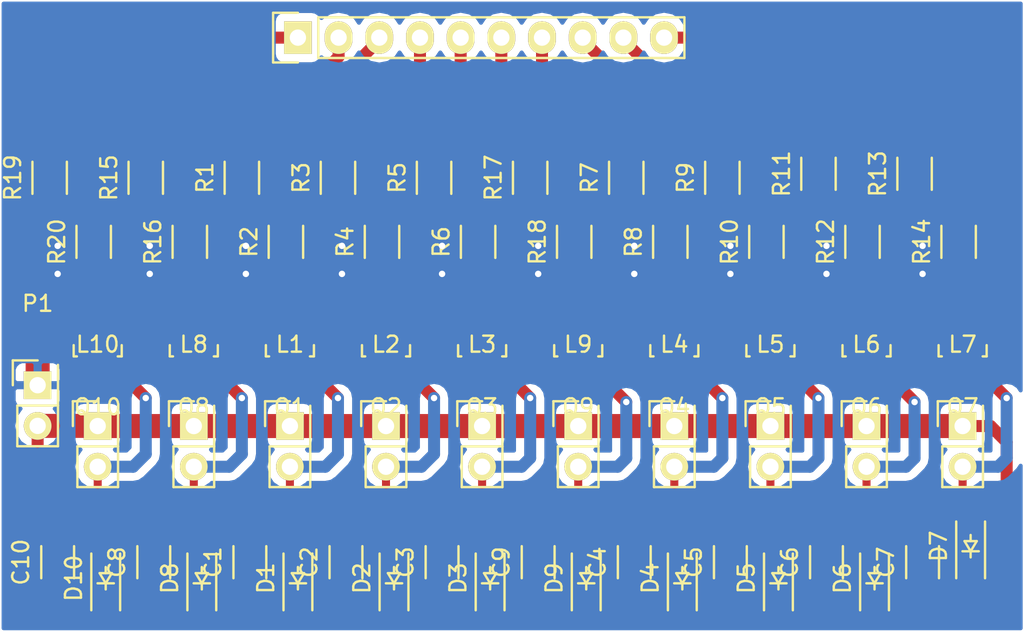
<source format=kicad_pcb>
(kicad_pcb (version 4) (host pcbnew "(2016-05-30 BZR 6864)-product")

  (general
    (links 110)
    (no_connects 10)
    (area 58.641667 39.4425 125.822619 87.322619)
    (thickness 1.6)
    (drawings 5)
    (tracks 323)
    (zones 0)
    (modules 62)
    (nets 33)
  )

  (page A4)
  (layers
    (0 F.Cu signal)
    (31 B.Cu signal)
    (32 B.Adhes user)
    (33 F.Adhes user)
    (34 B.Paste user)
    (35 F.Paste user)
    (36 B.SilkS user)
    (37 F.SilkS user hide)
    (38 B.Mask user)
    (39 F.Mask user)
    (40 Dwgs.User user)
    (41 Cmts.User user)
    (42 Eco1.User user)
    (43 Eco2.User user)
    (44 Edge.Cuts user)
    (45 Margin user)
    (46 B.CrtYd user)
    (47 F.CrtYd user)
    (48 B.Fab user)
    (49 F.Fab user hide)
  )

  (setup
    (last_trace_width 0.75)
    (user_trace_width 0.25)
    (user_trace_width 0.5)
    (user_trace_width 0.75)
    (user_trace_width 1.5)
    (trace_clearance 0.2)
    (zone_clearance 0.508)
    (zone_45_only no)
    (trace_min 0.2)
    (segment_width 0.2)
    (edge_width 0.15)
    (via_size 0.6)
    (via_drill 0.4)
    (via_min_size 0.4)
    (via_min_drill 0.3)
    (uvia_size 0.3)
    (uvia_drill 0.1)
    (uvias_allowed no)
    (uvia_min_size 0.2)
    (uvia_min_drill 0.1)
    (pcb_text_width 0.3)
    (pcb_text_size 1.5 1.5)
    (mod_edge_width 0.15)
    (mod_text_size 1 1)
    (mod_text_width 0.15)
    (pad_size 1.524 1.524)
    (pad_drill 0.762)
    (pad_to_mask_clearance 0.2)
    (aux_axis_origin 0 0)
    (visible_elements FFFFFF7F)
    (pcbplotparams
      (layerselection 0x00030_ffffffff)
      (usegerberextensions false)
      (excludeedgelayer true)
      (linewidth 0.100000)
      (plotframeref false)
      (viasonmask false)
      (mode 1)
      (useauxorigin false)
      (hpglpennumber 1)
      (hpglpenspeed 20)
      (hpglpendiameter 15)
      (psnegative false)
      (psa4output false)
      (plotreference true)
      (plotvalue true)
      (plotinvisibletext false)
      (padsonsilk false)
      (subtractmaskfromsilk false)
      (outputformat 1)
      (mirror false)
      (drillshape 1)
      (scaleselection 1)
      (outputdirectory ""))
  )

  (net 0 "")
  (net 1 VCC)
  (net 2 "Net-(C1-Pad2)")
  (net 3 "Net-(C2-Pad2)")
  (net 4 "Net-(C3-Pad2)")
  (net 5 "Net-(C4-Pad2)")
  (net 6 "Net-(C5-Pad2)")
  (net 7 "Net-(C6-Pad2)")
  (net 8 "Net-(C7-Pad2)")
  (net 9 "Net-(C8-Pad2)")
  (net 10 "Net-(C9-Pad2)")
  (net 11 "Net-(C10-Pad2)")
  (net 12 GND)
  (net 13 /vibe_motor_driver_0/drive_pin)
  (net 14 /vibe_motor_driver_1/drive_pin)
  (net 15 /vibe_motor_driver_2/drive_pin)
  (net 16 /vibe_motor_driver_3/drive_pin)
  (net 17 /vibe_motor_driver_4/drive_pin)
  (net 18 /vibe_motor_driver_5/drive_pin)
  (net 19 /vibe_motor_driver_6/drive_pin)
  (net 20 /vibe_motor_driver_7/drive_pin)
  (net 21 /vibe_motor_driver_8/drive_pin)
  (net 22 /vibe_motor_driver_9/drive_pin)
  (net 23 "Net-(Q1-Pad1)")
  (net 24 "Net-(Q2-Pad1)")
  (net 25 "Net-(Q3-Pad1)")
  (net 26 "Net-(Q4-Pad1)")
  (net 27 "Net-(Q5-Pad1)")
  (net 28 "Net-(Q6-Pad1)")
  (net 29 "Net-(Q7-Pad1)")
  (net 30 "Net-(Q8-Pad1)")
  (net 31 "Net-(Q9-Pad1)")
  (net 32 "Net-(Q10-Pad1)")

  (net_class Default "This is the default net class."
    (clearance 0.2)
    (trace_width 0.25)
    (via_dia 0.6)
    (via_drill 0.4)
    (uvia_dia 0.3)
    (uvia_drill 0.1)
    (add_net /vibe_motor_driver_0/drive_pin)
    (add_net /vibe_motor_driver_1/drive_pin)
    (add_net /vibe_motor_driver_2/drive_pin)
    (add_net /vibe_motor_driver_3/drive_pin)
    (add_net /vibe_motor_driver_4/drive_pin)
    (add_net /vibe_motor_driver_5/drive_pin)
    (add_net /vibe_motor_driver_6/drive_pin)
    (add_net /vibe_motor_driver_7/drive_pin)
    (add_net /vibe_motor_driver_8/drive_pin)
    (add_net /vibe_motor_driver_9/drive_pin)
    (add_net GND)
    (add_net "Net-(C1-Pad2)")
    (add_net "Net-(C10-Pad2)")
    (add_net "Net-(C2-Pad2)")
    (add_net "Net-(C3-Pad2)")
    (add_net "Net-(C4-Pad2)")
    (add_net "Net-(C5-Pad2)")
    (add_net "Net-(C6-Pad2)")
    (add_net "Net-(C7-Pad2)")
    (add_net "Net-(C8-Pad2)")
    (add_net "Net-(C9-Pad2)")
    (add_net "Net-(Q1-Pad1)")
    (add_net "Net-(Q10-Pad1)")
    (add_net "Net-(Q2-Pad1)")
    (add_net "Net-(Q3-Pad1)")
    (add_net "Net-(Q4-Pad1)")
    (add_net "Net-(Q5-Pad1)")
    (add_net "Net-(Q6-Pad1)")
    (add_net "Net-(Q7-Pad1)")
    (add_net "Net-(Q8-Pad1)")
    (add_net "Net-(Q9-Pad1)")
    (add_net VCC)
  )

  (module Capacitors_SMD:C_1206_HandSoldering (layer F.Cu) (tedit 541A9C03) (tstamp 579BBD72)
    (at 77 82 90)
    (descr "Capacitor SMD 1206, hand soldering")
    (tags "capacitor 1206")
    (path /57995BA7/5799546A)
    (attr smd)
    (fp_text reference C1 (at 0 -2.3 90) (layer F.SilkS)
      (effects (font (size 1 1) (thickness 0.15)))
    )
    (fp_text value C (at 0 2.3 90) (layer F.Fab)
      (effects (font (size 1 1) (thickness 0.15)))
    )
    (fp_line (start -3.3 -1.15) (end 3.3 -1.15) (layer F.CrtYd) (width 0.05))
    (fp_line (start -3.3 1.15) (end 3.3 1.15) (layer F.CrtYd) (width 0.05))
    (fp_line (start -3.3 -1.15) (end -3.3 1.15) (layer F.CrtYd) (width 0.05))
    (fp_line (start 3.3 -1.15) (end 3.3 1.15) (layer F.CrtYd) (width 0.05))
    (fp_line (start 1 -1.025) (end -1 -1.025) (layer F.SilkS) (width 0.15))
    (fp_line (start -1 1.025) (end 1 1.025) (layer F.SilkS) (width 0.15))
    (pad 1 smd rect (at -2 0 90) (size 2 1.6) (layers F.Cu F.Paste F.Mask)
      (net 1 VCC))
    (pad 2 smd rect (at 2 0 90) (size 2 1.6) (layers F.Cu F.Paste F.Mask)
      (net 2 "Net-(C1-Pad2)"))
    (model Capacitors_SMD.3dshapes/C_1206_HandSoldering.wrl
      (at (xyz 0 0 0))
      (scale (xyz 1 1 1))
      (rotate (xyz 0 0 0))
    )
  )

  (module Capacitors_SMD:C_1206_HandSoldering (layer F.Cu) (tedit 541A9C03) (tstamp 579BBD78)
    (at 83 82 90)
    (descr "Capacitor SMD 1206, hand soldering")
    (tags "capacitor 1206")
    (path /57995FBE/5799546A)
    (attr smd)
    (fp_text reference C2 (at 0 -2.3 90) (layer F.SilkS)
      (effects (font (size 1 1) (thickness 0.15)))
    )
    (fp_text value C (at 0 2.3 90) (layer F.Fab)
      (effects (font (size 1 1) (thickness 0.15)))
    )
    (fp_line (start -3.3 -1.15) (end 3.3 -1.15) (layer F.CrtYd) (width 0.05))
    (fp_line (start -3.3 1.15) (end 3.3 1.15) (layer F.CrtYd) (width 0.05))
    (fp_line (start -3.3 -1.15) (end -3.3 1.15) (layer F.CrtYd) (width 0.05))
    (fp_line (start 3.3 -1.15) (end 3.3 1.15) (layer F.CrtYd) (width 0.05))
    (fp_line (start 1 -1.025) (end -1 -1.025) (layer F.SilkS) (width 0.15))
    (fp_line (start -1 1.025) (end 1 1.025) (layer F.SilkS) (width 0.15))
    (pad 1 smd rect (at -2 0 90) (size 2 1.6) (layers F.Cu F.Paste F.Mask)
      (net 1 VCC))
    (pad 2 smd rect (at 2 0 90) (size 2 1.6) (layers F.Cu F.Paste F.Mask)
      (net 3 "Net-(C2-Pad2)"))
    (model Capacitors_SMD.3dshapes/C_1206_HandSoldering.wrl
      (at (xyz 0 0 0))
      (scale (xyz 1 1 1))
      (rotate (xyz 0 0 0))
    )
  )

  (module Capacitors_SMD:C_1206_HandSoldering (layer F.Cu) (tedit 541A9C03) (tstamp 579BBD7E)
    (at 89 82 90)
    (descr "Capacitor SMD 1206, hand soldering")
    (tags "capacitor 1206")
    (path /57995FC1/5799546A)
    (attr smd)
    (fp_text reference C3 (at 0 -2.3 90) (layer F.SilkS)
      (effects (font (size 1 1) (thickness 0.15)))
    )
    (fp_text value C (at 0 2.3 90) (layer F.Fab)
      (effects (font (size 1 1) (thickness 0.15)))
    )
    (fp_line (start -3.3 -1.15) (end 3.3 -1.15) (layer F.CrtYd) (width 0.05))
    (fp_line (start -3.3 1.15) (end 3.3 1.15) (layer F.CrtYd) (width 0.05))
    (fp_line (start -3.3 -1.15) (end -3.3 1.15) (layer F.CrtYd) (width 0.05))
    (fp_line (start 3.3 -1.15) (end 3.3 1.15) (layer F.CrtYd) (width 0.05))
    (fp_line (start 1 -1.025) (end -1 -1.025) (layer F.SilkS) (width 0.15))
    (fp_line (start -1 1.025) (end 1 1.025) (layer F.SilkS) (width 0.15))
    (pad 1 smd rect (at -2 0 90) (size 2 1.6) (layers F.Cu F.Paste F.Mask)
      (net 1 VCC))
    (pad 2 smd rect (at 2 0 90) (size 2 1.6) (layers F.Cu F.Paste F.Mask)
      (net 4 "Net-(C3-Pad2)"))
    (model Capacitors_SMD.3dshapes/C_1206_HandSoldering.wrl
      (at (xyz 0 0 0))
      (scale (xyz 1 1 1))
      (rotate (xyz 0 0 0))
    )
  )

  (module Capacitors_SMD:C_1206_HandSoldering (layer F.Cu) (tedit 541A9C03) (tstamp 579BBD84)
    (at 101 82 90)
    (descr "Capacitor SMD 1206, hand soldering")
    (tags "capacitor 1206")
    (path /5799657C/5799546A)
    (attr smd)
    (fp_text reference C4 (at 0 -2.3 90) (layer F.SilkS)
      (effects (font (size 1 1) (thickness 0.15)))
    )
    (fp_text value C (at 0 2.3 90) (layer F.Fab)
      (effects (font (size 1 1) (thickness 0.15)))
    )
    (fp_line (start -3.3 -1.15) (end 3.3 -1.15) (layer F.CrtYd) (width 0.05))
    (fp_line (start -3.3 1.15) (end 3.3 1.15) (layer F.CrtYd) (width 0.05))
    (fp_line (start -3.3 -1.15) (end -3.3 1.15) (layer F.CrtYd) (width 0.05))
    (fp_line (start 3.3 -1.15) (end 3.3 1.15) (layer F.CrtYd) (width 0.05))
    (fp_line (start 1 -1.025) (end -1 -1.025) (layer F.SilkS) (width 0.15))
    (fp_line (start -1 1.025) (end 1 1.025) (layer F.SilkS) (width 0.15))
    (pad 1 smd rect (at -2 0 90) (size 2 1.6) (layers F.Cu F.Paste F.Mask)
      (net 1 VCC))
    (pad 2 smd rect (at 2 0 90) (size 2 1.6) (layers F.Cu F.Paste F.Mask)
      (net 5 "Net-(C4-Pad2)"))
    (model Capacitors_SMD.3dshapes/C_1206_HandSoldering.wrl
      (at (xyz 0 0 0))
      (scale (xyz 1 1 1))
      (rotate (xyz 0 0 0))
    )
  )

  (module Capacitors_SMD:C_1206_HandSoldering (layer F.Cu) (tedit 541A9C03) (tstamp 579BBD8A)
    (at 107 82 90)
    (descr "Capacitor SMD 1206, hand soldering")
    (tags "capacitor 1206")
    (path /5799657F/5799546A)
    (attr smd)
    (fp_text reference C5 (at 0 -2.3 90) (layer F.SilkS)
      (effects (font (size 1 1) (thickness 0.15)))
    )
    (fp_text value C (at 0 2.3 90) (layer F.Fab)
      (effects (font (size 1 1) (thickness 0.15)))
    )
    (fp_line (start -3.3 -1.15) (end 3.3 -1.15) (layer F.CrtYd) (width 0.05))
    (fp_line (start -3.3 1.15) (end 3.3 1.15) (layer F.CrtYd) (width 0.05))
    (fp_line (start -3.3 -1.15) (end -3.3 1.15) (layer F.CrtYd) (width 0.05))
    (fp_line (start 3.3 -1.15) (end 3.3 1.15) (layer F.CrtYd) (width 0.05))
    (fp_line (start 1 -1.025) (end -1 -1.025) (layer F.SilkS) (width 0.15))
    (fp_line (start -1 1.025) (end 1 1.025) (layer F.SilkS) (width 0.15))
    (pad 1 smd rect (at -2 0 90) (size 2 1.6) (layers F.Cu F.Paste F.Mask)
      (net 1 VCC))
    (pad 2 smd rect (at 2 0 90) (size 2 1.6) (layers F.Cu F.Paste F.Mask)
      (net 6 "Net-(C5-Pad2)"))
    (model Capacitors_SMD.3dshapes/C_1206_HandSoldering.wrl
      (at (xyz 0 0 0))
      (scale (xyz 1 1 1))
      (rotate (xyz 0 0 0))
    )
  )

  (module Capacitors_SMD:C_1206_HandSoldering (layer F.Cu) (tedit 541A9C03) (tstamp 579BBD90)
    (at 113 82 90)
    (descr "Capacitor SMD 1206, hand soldering")
    (tags "capacitor 1206")
    (path /57996582/5799546A)
    (attr smd)
    (fp_text reference C6 (at 0 -2.3 90) (layer F.SilkS)
      (effects (font (size 1 1) (thickness 0.15)))
    )
    (fp_text value C (at 0 2.3 90) (layer F.Fab)
      (effects (font (size 1 1) (thickness 0.15)))
    )
    (fp_line (start -3.3 -1.15) (end 3.3 -1.15) (layer F.CrtYd) (width 0.05))
    (fp_line (start -3.3 1.15) (end 3.3 1.15) (layer F.CrtYd) (width 0.05))
    (fp_line (start -3.3 -1.15) (end -3.3 1.15) (layer F.CrtYd) (width 0.05))
    (fp_line (start 3.3 -1.15) (end 3.3 1.15) (layer F.CrtYd) (width 0.05))
    (fp_line (start 1 -1.025) (end -1 -1.025) (layer F.SilkS) (width 0.15))
    (fp_line (start -1 1.025) (end 1 1.025) (layer F.SilkS) (width 0.15))
    (pad 1 smd rect (at -2 0 90) (size 2 1.6) (layers F.Cu F.Paste F.Mask)
      (net 1 VCC))
    (pad 2 smd rect (at 2 0 90) (size 2 1.6) (layers F.Cu F.Paste F.Mask)
      (net 7 "Net-(C6-Pad2)"))
    (model Capacitors_SMD.3dshapes/C_1206_HandSoldering.wrl
      (at (xyz 0 0 0))
      (scale (xyz 1 1 1))
      (rotate (xyz 0 0 0))
    )
  )

  (module Capacitors_SMD:C_1206_HandSoldering (layer F.Cu) (tedit 541A9C03) (tstamp 579BBD96)
    (at 119 82 90)
    (descr "Capacitor SMD 1206, hand soldering")
    (tags "capacitor 1206")
    (path /57996585/5799546A)
    (attr smd)
    (fp_text reference C7 (at 0 -2.3 90) (layer F.SilkS)
      (effects (font (size 1 1) (thickness 0.15)))
    )
    (fp_text value C (at 0 2.3 90) (layer F.Fab)
      (effects (font (size 1 1) (thickness 0.15)))
    )
    (fp_line (start -3.3 -1.15) (end 3.3 -1.15) (layer F.CrtYd) (width 0.05))
    (fp_line (start -3.3 1.15) (end 3.3 1.15) (layer F.CrtYd) (width 0.05))
    (fp_line (start -3.3 -1.15) (end -3.3 1.15) (layer F.CrtYd) (width 0.05))
    (fp_line (start 3.3 -1.15) (end 3.3 1.15) (layer F.CrtYd) (width 0.05))
    (fp_line (start 1 -1.025) (end -1 -1.025) (layer F.SilkS) (width 0.15))
    (fp_line (start -1 1.025) (end 1 1.025) (layer F.SilkS) (width 0.15))
    (pad 1 smd rect (at -2 0 90) (size 2 1.6) (layers F.Cu F.Paste F.Mask)
      (net 1 VCC))
    (pad 2 smd rect (at 2 0 90) (size 2 1.6) (layers F.Cu F.Paste F.Mask)
      (net 8 "Net-(C7-Pad2)"))
    (model Capacitors_SMD.3dshapes/C_1206_HandSoldering.wrl
      (at (xyz 0 0 0))
      (scale (xyz 1 1 1))
      (rotate (xyz 0 0 0))
    )
  )

  (module Capacitors_SMD:C_1206_HandSoldering (layer F.Cu) (tedit 541A9C03) (tstamp 579BBD9C)
    (at 71 82 90)
    (descr "Capacitor SMD 1206, hand soldering")
    (tags "capacitor 1206")
    (path /5799666C/5799546A)
    (attr smd)
    (fp_text reference C8 (at 0 -2.3 90) (layer F.SilkS)
      (effects (font (size 1 1) (thickness 0.15)))
    )
    (fp_text value C (at 0 2.3 90) (layer F.Fab)
      (effects (font (size 1 1) (thickness 0.15)))
    )
    (fp_line (start -3.3 -1.15) (end 3.3 -1.15) (layer F.CrtYd) (width 0.05))
    (fp_line (start -3.3 1.15) (end 3.3 1.15) (layer F.CrtYd) (width 0.05))
    (fp_line (start -3.3 -1.15) (end -3.3 1.15) (layer F.CrtYd) (width 0.05))
    (fp_line (start 3.3 -1.15) (end 3.3 1.15) (layer F.CrtYd) (width 0.05))
    (fp_line (start 1 -1.025) (end -1 -1.025) (layer F.SilkS) (width 0.15))
    (fp_line (start -1 1.025) (end 1 1.025) (layer F.SilkS) (width 0.15))
    (pad 1 smd rect (at -2 0 90) (size 2 1.6) (layers F.Cu F.Paste F.Mask)
      (net 1 VCC))
    (pad 2 smd rect (at 2 0 90) (size 2 1.6) (layers F.Cu F.Paste F.Mask)
      (net 9 "Net-(C8-Pad2)"))
    (model Capacitors_SMD.3dshapes/C_1206_HandSoldering.wrl
      (at (xyz 0 0 0))
      (scale (xyz 1 1 1))
      (rotate (xyz 0 0 0))
    )
  )

  (module Capacitors_SMD:C_1206_HandSoldering (layer F.Cu) (tedit 541A9C03) (tstamp 579BBDA2)
    (at 95 82 90)
    (descr "Capacitor SMD 1206, hand soldering")
    (tags "capacitor 1206")
    (path /57996FBB/5799546A)
    (attr smd)
    (fp_text reference C9 (at 0 -2.3 90) (layer F.SilkS)
      (effects (font (size 1 1) (thickness 0.15)))
    )
    (fp_text value C (at 0 2.3 90) (layer F.Fab)
      (effects (font (size 1 1) (thickness 0.15)))
    )
    (fp_line (start -3.3 -1.15) (end 3.3 -1.15) (layer F.CrtYd) (width 0.05))
    (fp_line (start -3.3 1.15) (end 3.3 1.15) (layer F.CrtYd) (width 0.05))
    (fp_line (start -3.3 -1.15) (end -3.3 1.15) (layer F.CrtYd) (width 0.05))
    (fp_line (start 3.3 -1.15) (end 3.3 1.15) (layer F.CrtYd) (width 0.05))
    (fp_line (start 1 -1.025) (end -1 -1.025) (layer F.SilkS) (width 0.15))
    (fp_line (start -1 1.025) (end 1 1.025) (layer F.SilkS) (width 0.15))
    (pad 1 smd rect (at -2 0 90) (size 2 1.6) (layers F.Cu F.Paste F.Mask)
      (net 1 VCC))
    (pad 2 smd rect (at 2 0 90) (size 2 1.6) (layers F.Cu F.Paste F.Mask)
      (net 10 "Net-(C9-Pad2)"))
    (model Capacitors_SMD.3dshapes/C_1206_HandSoldering.wrl
      (at (xyz 0 0 0))
      (scale (xyz 1 1 1))
      (rotate (xyz 0 0 0))
    )
  )

  (module Capacitors_SMD:C_1206_HandSoldering (layer F.Cu) (tedit 541A9C03) (tstamp 579BBDA8)
    (at 65 82 90)
    (descr "Capacitor SMD 1206, hand soldering")
    (tags "capacitor 1206")
    (path /579972EB/5799546A)
    (attr smd)
    (fp_text reference C10 (at 0 -2.3 90) (layer F.SilkS)
      (effects (font (size 1 1) (thickness 0.15)))
    )
    (fp_text value C (at 0 2.3 90) (layer F.Fab)
      (effects (font (size 1 1) (thickness 0.15)))
    )
    (fp_line (start -3.3 -1.15) (end 3.3 -1.15) (layer F.CrtYd) (width 0.05))
    (fp_line (start -3.3 1.15) (end 3.3 1.15) (layer F.CrtYd) (width 0.05))
    (fp_line (start -3.3 -1.15) (end -3.3 1.15) (layer F.CrtYd) (width 0.05))
    (fp_line (start 3.3 -1.15) (end 3.3 1.15) (layer F.CrtYd) (width 0.05))
    (fp_line (start 1 -1.025) (end -1 -1.025) (layer F.SilkS) (width 0.15))
    (fp_line (start -1 1.025) (end 1 1.025) (layer F.SilkS) (width 0.15))
    (pad 1 smd rect (at -2 0 90) (size 2 1.6) (layers F.Cu F.Paste F.Mask)
      (net 1 VCC))
    (pad 2 smd rect (at 2 0 90) (size 2 1.6) (layers F.Cu F.Paste F.Mask)
      (net 11 "Net-(C10-Pad2)"))
    (model Capacitors_SMD.3dshapes/C_1206_HandSoldering.wrl
      (at (xyz 0 0 0))
      (scale (xyz 1 1 1))
      (rotate (xyz 0 0 0))
    )
  )

  (module Diodes_SMD:SOD-123 (layer F.Cu) (tedit 5530FCB9) (tstamp 579BBDAE)
    (at 80 83 90)
    (descr SOD-123)
    (tags SOD-123)
    (path /57995BA7/57995463)
    (attr smd)
    (fp_text reference D1 (at 0 -2 90) (layer F.SilkS)
      (effects (font (size 1 1) (thickness 0.15)))
    )
    (fp_text value D_Schottky (at 0 2.1 90) (layer F.Fab)
      (effects (font (size 1 1) (thickness 0.15)))
    )
    (fp_line (start 0.3175 0) (end 0.6985 0) (layer F.SilkS) (width 0.15))
    (fp_line (start -0.6985 0) (end -0.3175 0) (layer F.SilkS) (width 0.15))
    (fp_line (start -0.3175 0) (end 0.3175 -0.381) (layer F.SilkS) (width 0.15))
    (fp_line (start 0.3175 -0.381) (end 0.3175 0.381) (layer F.SilkS) (width 0.15))
    (fp_line (start 0.3175 0.381) (end -0.3175 0) (layer F.SilkS) (width 0.15))
    (fp_line (start -0.3175 -0.508) (end -0.3175 0.508) (layer F.SilkS) (width 0.15))
    (fp_line (start -2.25 -1.05) (end 2.25 -1.05) (layer F.CrtYd) (width 0.05))
    (fp_line (start 2.25 -1.05) (end 2.25 1.05) (layer F.CrtYd) (width 0.05))
    (fp_line (start 2.25 1.05) (end -2.25 1.05) (layer F.CrtYd) (width 0.05))
    (fp_line (start -2.25 -1.05) (end -2.25 1.05) (layer F.CrtYd) (width 0.05))
    (fp_line (start -2 0.9) (end 1.54 0.9) (layer F.SilkS) (width 0.15))
    (fp_line (start -2 -0.9) (end 1.54 -0.9) (layer F.SilkS) (width 0.15))
    (pad 1 smd rect (at -1.635 0 90) (size 0.91 1.22) (layers F.Cu F.Paste F.Mask)
      (net 1 VCC))
    (pad 2 smd rect (at 1.635 0 90) (size 0.91 1.22) (layers F.Cu F.Paste F.Mask)
      (net 2 "Net-(C1-Pad2)"))
  )

  (module Diodes_SMD:SOD-123 (layer F.Cu) (tedit 5530FCB9) (tstamp 579BBDB4)
    (at 86 83 90)
    (descr SOD-123)
    (tags SOD-123)
    (path /57995FBE/57995463)
    (attr smd)
    (fp_text reference D2 (at 0 -2 90) (layer F.SilkS)
      (effects (font (size 1 1) (thickness 0.15)))
    )
    (fp_text value D_Schottky (at 0 2.1 90) (layer F.Fab)
      (effects (font (size 1 1) (thickness 0.15)))
    )
    (fp_line (start 0.3175 0) (end 0.6985 0) (layer F.SilkS) (width 0.15))
    (fp_line (start -0.6985 0) (end -0.3175 0) (layer F.SilkS) (width 0.15))
    (fp_line (start -0.3175 0) (end 0.3175 -0.381) (layer F.SilkS) (width 0.15))
    (fp_line (start 0.3175 -0.381) (end 0.3175 0.381) (layer F.SilkS) (width 0.15))
    (fp_line (start 0.3175 0.381) (end -0.3175 0) (layer F.SilkS) (width 0.15))
    (fp_line (start -0.3175 -0.508) (end -0.3175 0.508) (layer F.SilkS) (width 0.15))
    (fp_line (start -2.25 -1.05) (end 2.25 -1.05) (layer F.CrtYd) (width 0.05))
    (fp_line (start 2.25 -1.05) (end 2.25 1.05) (layer F.CrtYd) (width 0.05))
    (fp_line (start 2.25 1.05) (end -2.25 1.05) (layer F.CrtYd) (width 0.05))
    (fp_line (start -2.25 -1.05) (end -2.25 1.05) (layer F.CrtYd) (width 0.05))
    (fp_line (start -2 0.9) (end 1.54 0.9) (layer F.SilkS) (width 0.15))
    (fp_line (start -2 -0.9) (end 1.54 -0.9) (layer F.SilkS) (width 0.15))
    (pad 1 smd rect (at -1.635 0 90) (size 0.91 1.22) (layers F.Cu F.Paste F.Mask)
      (net 1 VCC))
    (pad 2 smd rect (at 1.635 0 90) (size 0.91 1.22) (layers F.Cu F.Paste F.Mask)
      (net 3 "Net-(C2-Pad2)"))
  )

  (module Diodes_SMD:SOD-123 (layer F.Cu) (tedit 5530FCB9) (tstamp 579BBDBA)
    (at 92 83 90)
    (descr SOD-123)
    (tags SOD-123)
    (path /57995FC1/57995463)
    (attr smd)
    (fp_text reference D3 (at 0 -2 90) (layer F.SilkS)
      (effects (font (size 1 1) (thickness 0.15)))
    )
    (fp_text value D_Schottky (at 0 2.1 90) (layer F.Fab)
      (effects (font (size 1 1) (thickness 0.15)))
    )
    (fp_line (start 0.3175 0) (end 0.6985 0) (layer F.SilkS) (width 0.15))
    (fp_line (start -0.6985 0) (end -0.3175 0) (layer F.SilkS) (width 0.15))
    (fp_line (start -0.3175 0) (end 0.3175 -0.381) (layer F.SilkS) (width 0.15))
    (fp_line (start 0.3175 -0.381) (end 0.3175 0.381) (layer F.SilkS) (width 0.15))
    (fp_line (start 0.3175 0.381) (end -0.3175 0) (layer F.SilkS) (width 0.15))
    (fp_line (start -0.3175 -0.508) (end -0.3175 0.508) (layer F.SilkS) (width 0.15))
    (fp_line (start -2.25 -1.05) (end 2.25 -1.05) (layer F.CrtYd) (width 0.05))
    (fp_line (start 2.25 -1.05) (end 2.25 1.05) (layer F.CrtYd) (width 0.05))
    (fp_line (start 2.25 1.05) (end -2.25 1.05) (layer F.CrtYd) (width 0.05))
    (fp_line (start -2.25 -1.05) (end -2.25 1.05) (layer F.CrtYd) (width 0.05))
    (fp_line (start -2 0.9) (end 1.54 0.9) (layer F.SilkS) (width 0.15))
    (fp_line (start -2 -0.9) (end 1.54 -0.9) (layer F.SilkS) (width 0.15))
    (pad 1 smd rect (at -1.635 0 90) (size 0.91 1.22) (layers F.Cu F.Paste F.Mask)
      (net 1 VCC))
    (pad 2 smd rect (at 1.635 0 90) (size 0.91 1.22) (layers F.Cu F.Paste F.Mask)
      (net 4 "Net-(C3-Pad2)"))
  )

  (module Diodes_SMD:SOD-123 (layer F.Cu) (tedit 5530FCB9) (tstamp 579BBDC0)
    (at 104 83 90)
    (descr SOD-123)
    (tags SOD-123)
    (path /5799657C/57995463)
    (attr smd)
    (fp_text reference D4 (at 0 -2 90) (layer F.SilkS)
      (effects (font (size 1 1) (thickness 0.15)))
    )
    (fp_text value D_Schottky (at 0 2.1 90) (layer F.Fab)
      (effects (font (size 1 1) (thickness 0.15)))
    )
    (fp_line (start 0.3175 0) (end 0.6985 0) (layer F.SilkS) (width 0.15))
    (fp_line (start -0.6985 0) (end -0.3175 0) (layer F.SilkS) (width 0.15))
    (fp_line (start -0.3175 0) (end 0.3175 -0.381) (layer F.SilkS) (width 0.15))
    (fp_line (start 0.3175 -0.381) (end 0.3175 0.381) (layer F.SilkS) (width 0.15))
    (fp_line (start 0.3175 0.381) (end -0.3175 0) (layer F.SilkS) (width 0.15))
    (fp_line (start -0.3175 -0.508) (end -0.3175 0.508) (layer F.SilkS) (width 0.15))
    (fp_line (start -2.25 -1.05) (end 2.25 -1.05) (layer F.CrtYd) (width 0.05))
    (fp_line (start 2.25 -1.05) (end 2.25 1.05) (layer F.CrtYd) (width 0.05))
    (fp_line (start 2.25 1.05) (end -2.25 1.05) (layer F.CrtYd) (width 0.05))
    (fp_line (start -2.25 -1.05) (end -2.25 1.05) (layer F.CrtYd) (width 0.05))
    (fp_line (start -2 0.9) (end 1.54 0.9) (layer F.SilkS) (width 0.15))
    (fp_line (start -2 -0.9) (end 1.54 -0.9) (layer F.SilkS) (width 0.15))
    (pad 1 smd rect (at -1.635 0 90) (size 0.91 1.22) (layers F.Cu F.Paste F.Mask)
      (net 1 VCC))
    (pad 2 smd rect (at 1.635 0 90) (size 0.91 1.22) (layers F.Cu F.Paste F.Mask)
      (net 5 "Net-(C4-Pad2)"))
  )

  (module Diodes_SMD:SOD-123 (layer F.Cu) (tedit 5530FCB9) (tstamp 579BBDC6)
    (at 110 83 90)
    (descr SOD-123)
    (tags SOD-123)
    (path /5799657F/57995463)
    (attr smd)
    (fp_text reference D5 (at 0 -2 90) (layer F.SilkS)
      (effects (font (size 1 1) (thickness 0.15)))
    )
    (fp_text value D_Schottky (at 0 2.1 90) (layer F.Fab)
      (effects (font (size 1 1) (thickness 0.15)))
    )
    (fp_line (start 0.3175 0) (end 0.6985 0) (layer F.SilkS) (width 0.15))
    (fp_line (start -0.6985 0) (end -0.3175 0) (layer F.SilkS) (width 0.15))
    (fp_line (start -0.3175 0) (end 0.3175 -0.381) (layer F.SilkS) (width 0.15))
    (fp_line (start 0.3175 -0.381) (end 0.3175 0.381) (layer F.SilkS) (width 0.15))
    (fp_line (start 0.3175 0.381) (end -0.3175 0) (layer F.SilkS) (width 0.15))
    (fp_line (start -0.3175 -0.508) (end -0.3175 0.508) (layer F.SilkS) (width 0.15))
    (fp_line (start -2.25 -1.05) (end 2.25 -1.05) (layer F.CrtYd) (width 0.05))
    (fp_line (start 2.25 -1.05) (end 2.25 1.05) (layer F.CrtYd) (width 0.05))
    (fp_line (start 2.25 1.05) (end -2.25 1.05) (layer F.CrtYd) (width 0.05))
    (fp_line (start -2.25 -1.05) (end -2.25 1.05) (layer F.CrtYd) (width 0.05))
    (fp_line (start -2 0.9) (end 1.54 0.9) (layer F.SilkS) (width 0.15))
    (fp_line (start -2 -0.9) (end 1.54 -0.9) (layer F.SilkS) (width 0.15))
    (pad 1 smd rect (at -1.635 0 90) (size 0.91 1.22) (layers F.Cu F.Paste F.Mask)
      (net 1 VCC))
    (pad 2 smd rect (at 1.635 0 90) (size 0.91 1.22) (layers F.Cu F.Paste F.Mask)
      (net 6 "Net-(C5-Pad2)"))
  )

  (module Diodes_SMD:SOD-123 (layer F.Cu) (tedit 5530FCB9) (tstamp 579BBDCC)
    (at 116 83 90)
    (descr SOD-123)
    (tags SOD-123)
    (path /57996582/57995463)
    (attr smd)
    (fp_text reference D6 (at 0 -2 90) (layer F.SilkS)
      (effects (font (size 1 1) (thickness 0.15)))
    )
    (fp_text value D_Schottky (at 0 2.1 90) (layer F.Fab)
      (effects (font (size 1 1) (thickness 0.15)))
    )
    (fp_line (start 0.3175 0) (end 0.6985 0) (layer F.SilkS) (width 0.15))
    (fp_line (start -0.6985 0) (end -0.3175 0) (layer F.SilkS) (width 0.15))
    (fp_line (start -0.3175 0) (end 0.3175 -0.381) (layer F.SilkS) (width 0.15))
    (fp_line (start 0.3175 -0.381) (end 0.3175 0.381) (layer F.SilkS) (width 0.15))
    (fp_line (start 0.3175 0.381) (end -0.3175 0) (layer F.SilkS) (width 0.15))
    (fp_line (start -0.3175 -0.508) (end -0.3175 0.508) (layer F.SilkS) (width 0.15))
    (fp_line (start -2.25 -1.05) (end 2.25 -1.05) (layer F.CrtYd) (width 0.05))
    (fp_line (start 2.25 -1.05) (end 2.25 1.05) (layer F.CrtYd) (width 0.05))
    (fp_line (start 2.25 1.05) (end -2.25 1.05) (layer F.CrtYd) (width 0.05))
    (fp_line (start -2.25 -1.05) (end -2.25 1.05) (layer F.CrtYd) (width 0.05))
    (fp_line (start -2 0.9) (end 1.54 0.9) (layer F.SilkS) (width 0.15))
    (fp_line (start -2 -0.9) (end 1.54 -0.9) (layer F.SilkS) (width 0.15))
    (pad 1 smd rect (at -1.635 0 90) (size 0.91 1.22) (layers F.Cu F.Paste F.Mask)
      (net 1 VCC))
    (pad 2 smd rect (at 1.635 0 90) (size 0.91 1.22) (layers F.Cu F.Paste F.Mask)
      (net 7 "Net-(C6-Pad2)"))
  )

  (module Diodes_SMD:SOD-123 (layer F.Cu) (tedit 5530FCB9) (tstamp 579BBDD2)
    (at 122 81 90)
    (descr SOD-123)
    (tags SOD-123)
    (path /57996585/57995463)
    (attr smd)
    (fp_text reference D7 (at 0 -2 90) (layer F.SilkS)
      (effects (font (size 1 1) (thickness 0.15)))
    )
    (fp_text value D_Schottky (at 0 2.1 90) (layer F.Fab)
      (effects (font (size 1 1) (thickness 0.15)))
    )
    (fp_line (start 0.3175 0) (end 0.6985 0) (layer F.SilkS) (width 0.15))
    (fp_line (start -0.6985 0) (end -0.3175 0) (layer F.SilkS) (width 0.15))
    (fp_line (start -0.3175 0) (end 0.3175 -0.381) (layer F.SilkS) (width 0.15))
    (fp_line (start 0.3175 -0.381) (end 0.3175 0.381) (layer F.SilkS) (width 0.15))
    (fp_line (start 0.3175 0.381) (end -0.3175 0) (layer F.SilkS) (width 0.15))
    (fp_line (start -0.3175 -0.508) (end -0.3175 0.508) (layer F.SilkS) (width 0.15))
    (fp_line (start -2.25 -1.05) (end 2.25 -1.05) (layer F.CrtYd) (width 0.05))
    (fp_line (start 2.25 -1.05) (end 2.25 1.05) (layer F.CrtYd) (width 0.05))
    (fp_line (start 2.25 1.05) (end -2.25 1.05) (layer F.CrtYd) (width 0.05))
    (fp_line (start -2.25 -1.05) (end -2.25 1.05) (layer F.CrtYd) (width 0.05))
    (fp_line (start -2 0.9) (end 1.54 0.9) (layer F.SilkS) (width 0.15))
    (fp_line (start -2 -0.9) (end 1.54 -0.9) (layer F.SilkS) (width 0.15))
    (pad 1 smd rect (at -1.635 0 90) (size 0.91 1.22) (layers F.Cu F.Paste F.Mask)
      (net 1 VCC))
    (pad 2 smd rect (at 1.635 0 90) (size 0.91 1.22) (layers F.Cu F.Paste F.Mask)
      (net 8 "Net-(C7-Pad2)"))
  )

  (module Diodes_SMD:SOD-123 (layer F.Cu) (tedit 5530FCB9) (tstamp 579BBDD8)
    (at 74 83 90)
    (descr SOD-123)
    (tags SOD-123)
    (path /5799666C/57995463)
    (attr smd)
    (fp_text reference D8 (at 0 -2 90) (layer F.SilkS)
      (effects (font (size 1 1) (thickness 0.15)))
    )
    (fp_text value D_Schottky (at 0 2.1 90) (layer F.Fab)
      (effects (font (size 1 1) (thickness 0.15)))
    )
    (fp_line (start 0.3175 0) (end 0.6985 0) (layer F.SilkS) (width 0.15))
    (fp_line (start -0.6985 0) (end -0.3175 0) (layer F.SilkS) (width 0.15))
    (fp_line (start -0.3175 0) (end 0.3175 -0.381) (layer F.SilkS) (width 0.15))
    (fp_line (start 0.3175 -0.381) (end 0.3175 0.381) (layer F.SilkS) (width 0.15))
    (fp_line (start 0.3175 0.381) (end -0.3175 0) (layer F.SilkS) (width 0.15))
    (fp_line (start -0.3175 -0.508) (end -0.3175 0.508) (layer F.SilkS) (width 0.15))
    (fp_line (start -2.25 -1.05) (end 2.25 -1.05) (layer F.CrtYd) (width 0.05))
    (fp_line (start 2.25 -1.05) (end 2.25 1.05) (layer F.CrtYd) (width 0.05))
    (fp_line (start 2.25 1.05) (end -2.25 1.05) (layer F.CrtYd) (width 0.05))
    (fp_line (start -2.25 -1.05) (end -2.25 1.05) (layer F.CrtYd) (width 0.05))
    (fp_line (start -2 0.9) (end 1.54 0.9) (layer F.SilkS) (width 0.15))
    (fp_line (start -2 -0.9) (end 1.54 -0.9) (layer F.SilkS) (width 0.15))
    (pad 1 smd rect (at -1.635 0 90) (size 0.91 1.22) (layers F.Cu F.Paste F.Mask)
      (net 1 VCC))
    (pad 2 smd rect (at 1.635 0 90) (size 0.91 1.22) (layers F.Cu F.Paste F.Mask)
      (net 9 "Net-(C8-Pad2)"))
  )

  (module Diodes_SMD:SOD-123 (layer F.Cu) (tedit 5530FCB9) (tstamp 579BBDDE)
    (at 98 83 90)
    (descr SOD-123)
    (tags SOD-123)
    (path /57996FBB/57995463)
    (attr smd)
    (fp_text reference D9 (at 0 -2 90) (layer F.SilkS)
      (effects (font (size 1 1) (thickness 0.15)))
    )
    (fp_text value D_Schottky (at 0 2.1 90) (layer F.Fab)
      (effects (font (size 1 1) (thickness 0.15)))
    )
    (fp_line (start 0.3175 0) (end 0.6985 0) (layer F.SilkS) (width 0.15))
    (fp_line (start -0.6985 0) (end -0.3175 0) (layer F.SilkS) (width 0.15))
    (fp_line (start -0.3175 0) (end 0.3175 -0.381) (layer F.SilkS) (width 0.15))
    (fp_line (start 0.3175 -0.381) (end 0.3175 0.381) (layer F.SilkS) (width 0.15))
    (fp_line (start 0.3175 0.381) (end -0.3175 0) (layer F.SilkS) (width 0.15))
    (fp_line (start -0.3175 -0.508) (end -0.3175 0.508) (layer F.SilkS) (width 0.15))
    (fp_line (start -2.25 -1.05) (end 2.25 -1.05) (layer F.CrtYd) (width 0.05))
    (fp_line (start 2.25 -1.05) (end 2.25 1.05) (layer F.CrtYd) (width 0.05))
    (fp_line (start 2.25 1.05) (end -2.25 1.05) (layer F.CrtYd) (width 0.05))
    (fp_line (start -2.25 -1.05) (end -2.25 1.05) (layer F.CrtYd) (width 0.05))
    (fp_line (start -2 0.9) (end 1.54 0.9) (layer F.SilkS) (width 0.15))
    (fp_line (start -2 -0.9) (end 1.54 -0.9) (layer F.SilkS) (width 0.15))
    (pad 1 smd rect (at -1.635 0 90) (size 0.91 1.22) (layers F.Cu F.Paste F.Mask)
      (net 1 VCC))
    (pad 2 smd rect (at 1.635 0 90) (size 0.91 1.22) (layers F.Cu F.Paste F.Mask)
      (net 10 "Net-(C9-Pad2)"))
  )

  (module Diodes_SMD:SOD-123 (layer F.Cu) (tedit 5530FCB9) (tstamp 579BBDE4)
    (at 68 83 90)
    (descr SOD-123)
    (tags SOD-123)
    (path /579972EB/57995463)
    (attr smd)
    (fp_text reference D10 (at 0 -2 90) (layer F.SilkS)
      (effects (font (size 1 1) (thickness 0.15)))
    )
    (fp_text value D_Schottky (at 0 2.1 90) (layer F.Fab)
      (effects (font (size 1 1) (thickness 0.15)))
    )
    (fp_line (start 0.3175 0) (end 0.6985 0) (layer F.SilkS) (width 0.15))
    (fp_line (start -0.6985 0) (end -0.3175 0) (layer F.SilkS) (width 0.15))
    (fp_line (start -0.3175 0) (end 0.3175 -0.381) (layer F.SilkS) (width 0.15))
    (fp_line (start 0.3175 -0.381) (end 0.3175 0.381) (layer F.SilkS) (width 0.15))
    (fp_line (start 0.3175 0.381) (end -0.3175 0) (layer F.SilkS) (width 0.15))
    (fp_line (start -0.3175 -0.508) (end -0.3175 0.508) (layer F.SilkS) (width 0.15))
    (fp_line (start -2.25 -1.05) (end 2.25 -1.05) (layer F.CrtYd) (width 0.05))
    (fp_line (start 2.25 -1.05) (end 2.25 1.05) (layer F.CrtYd) (width 0.05))
    (fp_line (start 2.25 1.05) (end -2.25 1.05) (layer F.CrtYd) (width 0.05))
    (fp_line (start -2.25 -1.05) (end -2.25 1.05) (layer F.CrtYd) (width 0.05))
    (fp_line (start -2 0.9) (end 1.54 0.9) (layer F.SilkS) (width 0.15))
    (fp_line (start -2 -0.9) (end 1.54 -0.9) (layer F.SilkS) (width 0.15))
    (pad 1 smd rect (at -1.635 0 90) (size 0.91 1.22) (layers F.Cu F.Paste F.Mask)
      (net 1 VCC))
    (pad 2 smd rect (at 1.635 0 90) (size 0.91 1.22) (layers F.Cu F.Paste F.Mask)
      (net 11 "Net-(C10-Pad2)"))
  )

  (module Socket_Strips:Socket_Strip_Straight_2x01 (layer F.Cu) (tedit 54E9F973) (tstamp 579BBDEA)
    (at 79.5 73.5)
    (descr "Through hole socket strip")
    (tags "socket strip")
    (path /57995BA7/57995471)
    (fp_text reference L1 (at 0 -5.1) (layer F.SilkS)
      (effects (font (size 1 1) (thickness 0.15)))
    )
    (fp_text value vibe_motor (at 0 -3.1) (layer F.Fab)
      (effects (font (size 1 1) (thickness 0.15)))
    )
    (fp_line (start 0 -1.55) (end -1.55 -1.55) (layer F.SilkS) (width 0.15))
    (fp_line (start -1.75 -1.75) (end -1.75 4.3) (layer F.CrtYd) (width 0.05))
    (fp_line (start 1.75 -1.75) (end 1.75 4.3) (layer F.CrtYd) (width 0.05))
    (fp_line (start -1.75 -1.75) (end 1.75 -1.75) (layer F.CrtYd) (width 0.05))
    (fp_line (start -1.75 4.3) (end 1.75 4.3) (layer F.CrtYd) (width 0.05))
    (fp_line (start 1.27 1.27) (end 1.27 -1.27) (layer F.SilkS) (width 0.15))
    (fp_line (start -1.55 -1.55) (end -1.55 0) (layer F.SilkS) (width 0.15))
    (fp_line (start 1.27 3.81) (end 1.27 1.27) (layer F.SilkS) (width 0.15))
    (fp_line (start 1.27 1.27) (end -1.27 1.27) (layer F.SilkS) (width 0.15))
    (fp_line (start -1.27 1.27) (end -1.27 3.81) (layer F.SilkS) (width 0.15))
    (fp_line (start -1.27 3.81) (end 1.27 3.81) (layer F.SilkS) (width 0.15))
    (pad 1 thru_hole rect (at 0 0) (size 1.7272 1.7272) (drill 1.016) (layers *.Cu *.Mask F.SilkS)
      (net 1 VCC))
    (pad 2 thru_hole oval (at 0 2.54) (size 1.7272 1.7272) (drill 1.016) (layers *.Cu *.Mask F.SilkS)
      (net 2 "Net-(C1-Pad2)"))
    (model Socket_Strips.3dshapes/Socket_Strip_Straight_2x01.wrl
      (at (xyz 0 -0.05 0))
      (scale (xyz 1 1 1))
      (rotate (xyz 0 0 180))
    )
  )

  (module Socket_Strips:Socket_Strip_Straight_2x01 (layer F.Cu) (tedit 54E9F973) (tstamp 579BBDF0)
    (at 85.5 73.5)
    (descr "Through hole socket strip")
    (tags "socket strip")
    (path /57995FBE/57995471)
    (fp_text reference L2 (at 0 -5.1) (layer F.SilkS)
      (effects (font (size 1 1) (thickness 0.15)))
    )
    (fp_text value vibe_motor (at 0 -3.1) (layer F.Fab)
      (effects (font (size 1 1) (thickness 0.15)))
    )
    (fp_line (start 0 -1.55) (end -1.55 -1.55) (layer F.SilkS) (width 0.15))
    (fp_line (start -1.75 -1.75) (end -1.75 4.3) (layer F.CrtYd) (width 0.05))
    (fp_line (start 1.75 -1.75) (end 1.75 4.3) (layer F.CrtYd) (width 0.05))
    (fp_line (start -1.75 -1.75) (end 1.75 -1.75) (layer F.CrtYd) (width 0.05))
    (fp_line (start -1.75 4.3) (end 1.75 4.3) (layer F.CrtYd) (width 0.05))
    (fp_line (start 1.27 1.27) (end 1.27 -1.27) (layer F.SilkS) (width 0.15))
    (fp_line (start -1.55 -1.55) (end -1.55 0) (layer F.SilkS) (width 0.15))
    (fp_line (start 1.27 3.81) (end 1.27 1.27) (layer F.SilkS) (width 0.15))
    (fp_line (start 1.27 1.27) (end -1.27 1.27) (layer F.SilkS) (width 0.15))
    (fp_line (start -1.27 1.27) (end -1.27 3.81) (layer F.SilkS) (width 0.15))
    (fp_line (start -1.27 3.81) (end 1.27 3.81) (layer F.SilkS) (width 0.15))
    (pad 1 thru_hole rect (at 0 0) (size 1.7272 1.7272) (drill 1.016) (layers *.Cu *.Mask F.SilkS)
      (net 1 VCC))
    (pad 2 thru_hole oval (at 0 2.54) (size 1.7272 1.7272) (drill 1.016) (layers *.Cu *.Mask F.SilkS)
      (net 3 "Net-(C2-Pad2)"))
    (model Socket_Strips.3dshapes/Socket_Strip_Straight_2x01.wrl
      (at (xyz 0 -0.05 0))
      (scale (xyz 1 1 1))
      (rotate (xyz 0 0 180))
    )
  )

  (module Socket_Strips:Socket_Strip_Straight_2x01 (layer F.Cu) (tedit 54E9F973) (tstamp 579BBDF6)
    (at 91.5 73.5)
    (descr "Through hole socket strip")
    (tags "socket strip")
    (path /57995FC1/57995471)
    (fp_text reference L3 (at 0 -5.1) (layer F.SilkS)
      (effects (font (size 1 1) (thickness 0.15)))
    )
    (fp_text value vibe_motor (at 0 -3.1) (layer F.Fab)
      (effects (font (size 1 1) (thickness 0.15)))
    )
    (fp_line (start 0 -1.55) (end -1.55 -1.55) (layer F.SilkS) (width 0.15))
    (fp_line (start -1.75 -1.75) (end -1.75 4.3) (layer F.CrtYd) (width 0.05))
    (fp_line (start 1.75 -1.75) (end 1.75 4.3) (layer F.CrtYd) (width 0.05))
    (fp_line (start -1.75 -1.75) (end 1.75 -1.75) (layer F.CrtYd) (width 0.05))
    (fp_line (start -1.75 4.3) (end 1.75 4.3) (layer F.CrtYd) (width 0.05))
    (fp_line (start 1.27 1.27) (end 1.27 -1.27) (layer F.SilkS) (width 0.15))
    (fp_line (start -1.55 -1.55) (end -1.55 0) (layer F.SilkS) (width 0.15))
    (fp_line (start 1.27 3.81) (end 1.27 1.27) (layer F.SilkS) (width 0.15))
    (fp_line (start 1.27 1.27) (end -1.27 1.27) (layer F.SilkS) (width 0.15))
    (fp_line (start -1.27 1.27) (end -1.27 3.81) (layer F.SilkS) (width 0.15))
    (fp_line (start -1.27 3.81) (end 1.27 3.81) (layer F.SilkS) (width 0.15))
    (pad 1 thru_hole rect (at 0 0) (size 1.7272 1.7272) (drill 1.016) (layers *.Cu *.Mask F.SilkS)
      (net 1 VCC))
    (pad 2 thru_hole oval (at 0 2.54) (size 1.7272 1.7272) (drill 1.016) (layers *.Cu *.Mask F.SilkS)
      (net 4 "Net-(C3-Pad2)"))
    (model Socket_Strips.3dshapes/Socket_Strip_Straight_2x01.wrl
      (at (xyz 0 -0.05 0))
      (scale (xyz 1 1 1))
      (rotate (xyz 0 0 180))
    )
  )

  (module Socket_Strips:Socket_Strip_Straight_2x01 (layer F.Cu) (tedit 54E9F973) (tstamp 579BBDFC)
    (at 103.5 73.5)
    (descr "Through hole socket strip")
    (tags "socket strip")
    (path /5799657C/57995471)
    (fp_text reference L4 (at 0 -5.1) (layer F.SilkS)
      (effects (font (size 1 1) (thickness 0.15)))
    )
    (fp_text value vibe_motor (at 0 -3.1) (layer F.Fab)
      (effects (font (size 1 1) (thickness 0.15)))
    )
    (fp_line (start 0 -1.55) (end -1.55 -1.55) (layer F.SilkS) (width 0.15))
    (fp_line (start -1.75 -1.75) (end -1.75 4.3) (layer F.CrtYd) (width 0.05))
    (fp_line (start 1.75 -1.75) (end 1.75 4.3) (layer F.CrtYd) (width 0.05))
    (fp_line (start -1.75 -1.75) (end 1.75 -1.75) (layer F.CrtYd) (width 0.05))
    (fp_line (start -1.75 4.3) (end 1.75 4.3) (layer F.CrtYd) (width 0.05))
    (fp_line (start 1.27 1.27) (end 1.27 -1.27) (layer F.SilkS) (width 0.15))
    (fp_line (start -1.55 -1.55) (end -1.55 0) (layer F.SilkS) (width 0.15))
    (fp_line (start 1.27 3.81) (end 1.27 1.27) (layer F.SilkS) (width 0.15))
    (fp_line (start 1.27 1.27) (end -1.27 1.27) (layer F.SilkS) (width 0.15))
    (fp_line (start -1.27 1.27) (end -1.27 3.81) (layer F.SilkS) (width 0.15))
    (fp_line (start -1.27 3.81) (end 1.27 3.81) (layer F.SilkS) (width 0.15))
    (pad 1 thru_hole rect (at 0 0) (size 1.7272 1.7272) (drill 1.016) (layers *.Cu *.Mask F.SilkS)
      (net 1 VCC))
    (pad 2 thru_hole oval (at 0 2.54) (size 1.7272 1.7272) (drill 1.016) (layers *.Cu *.Mask F.SilkS)
      (net 5 "Net-(C4-Pad2)"))
    (model Socket_Strips.3dshapes/Socket_Strip_Straight_2x01.wrl
      (at (xyz 0 -0.05 0))
      (scale (xyz 1 1 1))
      (rotate (xyz 0 0 180))
    )
  )

  (module Socket_Strips:Socket_Strip_Straight_2x01 (layer F.Cu) (tedit 54E9F973) (tstamp 579BBE02)
    (at 109.5 73.5)
    (descr "Through hole socket strip")
    (tags "socket strip")
    (path /5799657F/57995471)
    (fp_text reference L5 (at 0 -5.1) (layer F.SilkS)
      (effects (font (size 1 1) (thickness 0.15)))
    )
    (fp_text value vibe_motor (at 0 -3.1) (layer F.Fab)
      (effects (font (size 1 1) (thickness 0.15)))
    )
    (fp_line (start 0 -1.55) (end -1.55 -1.55) (layer F.SilkS) (width 0.15))
    (fp_line (start -1.75 -1.75) (end -1.75 4.3) (layer F.CrtYd) (width 0.05))
    (fp_line (start 1.75 -1.75) (end 1.75 4.3) (layer F.CrtYd) (width 0.05))
    (fp_line (start -1.75 -1.75) (end 1.75 -1.75) (layer F.CrtYd) (width 0.05))
    (fp_line (start -1.75 4.3) (end 1.75 4.3) (layer F.CrtYd) (width 0.05))
    (fp_line (start 1.27 1.27) (end 1.27 -1.27) (layer F.SilkS) (width 0.15))
    (fp_line (start -1.55 -1.55) (end -1.55 0) (layer F.SilkS) (width 0.15))
    (fp_line (start 1.27 3.81) (end 1.27 1.27) (layer F.SilkS) (width 0.15))
    (fp_line (start 1.27 1.27) (end -1.27 1.27) (layer F.SilkS) (width 0.15))
    (fp_line (start -1.27 1.27) (end -1.27 3.81) (layer F.SilkS) (width 0.15))
    (fp_line (start -1.27 3.81) (end 1.27 3.81) (layer F.SilkS) (width 0.15))
    (pad 1 thru_hole rect (at 0 0) (size 1.7272 1.7272) (drill 1.016) (layers *.Cu *.Mask F.SilkS)
      (net 1 VCC))
    (pad 2 thru_hole oval (at 0 2.54) (size 1.7272 1.7272) (drill 1.016) (layers *.Cu *.Mask F.SilkS)
      (net 6 "Net-(C5-Pad2)"))
    (model Socket_Strips.3dshapes/Socket_Strip_Straight_2x01.wrl
      (at (xyz 0 -0.05 0))
      (scale (xyz 1 1 1))
      (rotate (xyz 0 0 180))
    )
  )

  (module Socket_Strips:Socket_Strip_Straight_2x01 (layer F.Cu) (tedit 54E9F973) (tstamp 579BBE08)
    (at 115.5 73.5)
    (descr "Through hole socket strip")
    (tags "socket strip")
    (path /57996582/57995471)
    (fp_text reference L6 (at 0 -5.1) (layer F.SilkS)
      (effects (font (size 1 1) (thickness 0.15)))
    )
    (fp_text value vibe_motor (at 0 -3.1) (layer F.Fab)
      (effects (font (size 1 1) (thickness 0.15)))
    )
    (fp_line (start 0 -1.55) (end -1.55 -1.55) (layer F.SilkS) (width 0.15))
    (fp_line (start -1.75 -1.75) (end -1.75 4.3) (layer F.CrtYd) (width 0.05))
    (fp_line (start 1.75 -1.75) (end 1.75 4.3) (layer F.CrtYd) (width 0.05))
    (fp_line (start -1.75 -1.75) (end 1.75 -1.75) (layer F.CrtYd) (width 0.05))
    (fp_line (start -1.75 4.3) (end 1.75 4.3) (layer F.CrtYd) (width 0.05))
    (fp_line (start 1.27 1.27) (end 1.27 -1.27) (layer F.SilkS) (width 0.15))
    (fp_line (start -1.55 -1.55) (end -1.55 0) (layer F.SilkS) (width 0.15))
    (fp_line (start 1.27 3.81) (end 1.27 1.27) (layer F.SilkS) (width 0.15))
    (fp_line (start 1.27 1.27) (end -1.27 1.27) (layer F.SilkS) (width 0.15))
    (fp_line (start -1.27 1.27) (end -1.27 3.81) (layer F.SilkS) (width 0.15))
    (fp_line (start -1.27 3.81) (end 1.27 3.81) (layer F.SilkS) (width 0.15))
    (pad 1 thru_hole rect (at 0 0) (size 1.7272 1.7272) (drill 1.016) (layers *.Cu *.Mask F.SilkS)
      (net 1 VCC))
    (pad 2 thru_hole oval (at 0 2.54) (size 1.7272 1.7272) (drill 1.016) (layers *.Cu *.Mask F.SilkS)
      (net 7 "Net-(C6-Pad2)"))
    (model Socket_Strips.3dshapes/Socket_Strip_Straight_2x01.wrl
      (at (xyz 0 -0.05 0))
      (scale (xyz 1 1 1))
      (rotate (xyz 0 0 180))
    )
  )

  (module Socket_Strips:Socket_Strip_Straight_2x01 (layer F.Cu) (tedit 54E9F973) (tstamp 579BBE0E)
    (at 121.5 73.5)
    (descr "Through hole socket strip")
    (tags "socket strip")
    (path /57996585/57995471)
    (fp_text reference L7 (at 0 -5.1) (layer F.SilkS)
      (effects (font (size 1 1) (thickness 0.15)))
    )
    (fp_text value vibe_motor (at 0 -3.1) (layer F.Fab)
      (effects (font (size 1 1) (thickness 0.15)))
    )
    (fp_line (start 0 -1.55) (end -1.55 -1.55) (layer F.SilkS) (width 0.15))
    (fp_line (start -1.75 -1.75) (end -1.75 4.3) (layer F.CrtYd) (width 0.05))
    (fp_line (start 1.75 -1.75) (end 1.75 4.3) (layer F.CrtYd) (width 0.05))
    (fp_line (start -1.75 -1.75) (end 1.75 -1.75) (layer F.CrtYd) (width 0.05))
    (fp_line (start -1.75 4.3) (end 1.75 4.3) (layer F.CrtYd) (width 0.05))
    (fp_line (start 1.27 1.27) (end 1.27 -1.27) (layer F.SilkS) (width 0.15))
    (fp_line (start -1.55 -1.55) (end -1.55 0) (layer F.SilkS) (width 0.15))
    (fp_line (start 1.27 3.81) (end 1.27 1.27) (layer F.SilkS) (width 0.15))
    (fp_line (start 1.27 1.27) (end -1.27 1.27) (layer F.SilkS) (width 0.15))
    (fp_line (start -1.27 1.27) (end -1.27 3.81) (layer F.SilkS) (width 0.15))
    (fp_line (start -1.27 3.81) (end 1.27 3.81) (layer F.SilkS) (width 0.15))
    (pad 1 thru_hole rect (at 0 0) (size 1.7272 1.7272) (drill 1.016) (layers *.Cu *.Mask F.SilkS)
      (net 1 VCC))
    (pad 2 thru_hole oval (at 0 2.54) (size 1.7272 1.7272) (drill 1.016) (layers *.Cu *.Mask F.SilkS)
      (net 8 "Net-(C7-Pad2)"))
    (model Socket_Strips.3dshapes/Socket_Strip_Straight_2x01.wrl
      (at (xyz 0 -0.05 0))
      (scale (xyz 1 1 1))
      (rotate (xyz 0 0 180))
    )
  )

  (module Socket_Strips:Socket_Strip_Straight_2x01 (layer F.Cu) (tedit 54E9F973) (tstamp 579BBE14)
    (at 73.5 73.5)
    (descr "Through hole socket strip")
    (tags "socket strip")
    (path /5799666C/57995471)
    (fp_text reference L8 (at 0 -5.1) (layer F.SilkS)
      (effects (font (size 1 1) (thickness 0.15)))
    )
    (fp_text value vibe_motor (at 0 -3.1) (layer F.Fab)
      (effects (font (size 1 1) (thickness 0.15)))
    )
    (fp_line (start 0 -1.55) (end -1.55 -1.55) (layer F.SilkS) (width 0.15))
    (fp_line (start -1.75 -1.75) (end -1.75 4.3) (layer F.CrtYd) (width 0.05))
    (fp_line (start 1.75 -1.75) (end 1.75 4.3) (layer F.CrtYd) (width 0.05))
    (fp_line (start -1.75 -1.75) (end 1.75 -1.75) (layer F.CrtYd) (width 0.05))
    (fp_line (start -1.75 4.3) (end 1.75 4.3) (layer F.CrtYd) (width 0.05))
    (fp_line (start 1.27 1.27) (end 1.27 -1.27) (layer F.SilkS) (width 0.15))
    (fp_line (start -1.55 -1.55) (end -1.55 0) (layer F.SilkS) (width 0.15))
    (fp_line (start 1.27 3.81) (end 1.27 1.27) (layer F.SilkS) (width 0.15))
    (fp_line (start 1.27 1.27) (end -1.27 1.27) (layer F.SilkS) (width 0.15))
    (fp_line (start -1.27 1.27) (end -1.27 3.81) (layer F.SilkS) (width 0.15))
    (fp_line (start -1.27 3.81) (end 1.27 3.81) (layer F.SilkS) (width 0.15))
    (pad 1 thru_hole rect (at 0 0) (size 1.7272 1.7272) (drill 1.016) (layers *.Cu *.Mask F.SilkS)
      (net 1 VCC))
    (pad 2 thru_hole oval (at 0 2.54) (size 1.7272 1.7272) (drill 1.016) (layers *.Cu *.Mask F.SilkS)
      (net 9 "Net-(C8-Pad2)"))
    (model Socket_Strips.3dshapes/Socket_Strip_Straight_2x01.wrl
      (at (xyz 0 -0.05 0))
      (scale (xyz 1 1 1))
      (rotate (xyz 0 0 180))
    )
  )

  (module Socket_Strips:Socket_Strip_Straight_2x01 (layer F.Cu) (tedit 54E9F973) (tstamp 579BBE1A)
    (at 97.5 73.5)
    (descr "Through hole socket strip")
    (tags "socket strip")
    (path /57996FBB/57995471)
    (fp_text reference L9 (at 0 -5.1) (layer F.SilkS)
      (effects (font (size 1 1) (thickness 0.15)))
    )
    (fp_text value vibe_motor (at 0 -3.1) (layer F.Fab)
      (effects (font (size 1 1) (thickness 0.15)))
    )
    (fp_line (start 0 -1.55) (end -1.55 -1.55) (layer F.SilkS) (width 0.15))
    (fp_line (start -1.75 -1.75) (end -1.75 4.3) (layer F.CrtYd) (width 0.05))
    (fp_line (start 1.75 -1.75) (end 1.75 4.3) (layer F.CrtYd) (width 0.05))
    (fp_line (start -1.75 -1.75) (end 1.75 -1.75) (layer F.CrtYd) (width 0.05))
    (fp_line (start -1.75 4.3) (end 1.75 4.3) (layer F.CrtYd) (width 0.05))
    (fp_line (start 1.27 1.27) (end 1.27 -1.27) (layer F.SilkS) (width 0.15))
    (fp_line (start -1.55 -1.55) (end -1.55 0) (layer F.SilkS) (width 0.15))
    (fp_line (start 1.27 3.81) (end 1.27 1.27) (layer F.SilkS) (width 0.15))
    (fp_line (start 1.27 1.27) (end -1.27 1.27) (layer F.SilkS) (width 0.15))
    (fp_line (start -1.27 1.27) (end -1.27 3.81) (layer F.SilkS) (width 0.15))
    (fp_line (start -1.27 3.81) (end 1.27 3.81) (layer F.SilkS) (width 0.15))
    (pad 1 thru_hole rect (at 0 0) (size 1.7272 1.7272) (drill 1.016) (layers *.Cu *.Mask F.SilkS)
      (net 1 VCC))
    (pad 2 thru_hole oval (at 0 2.54) (size 1.7272 1.7272) (drill 1.016) (layers *.Cu *.Mask F.SilkS)
      (net 10 "Net-(C9-Pad2)"))
    (model Socket_Strips.3dshapes/Socket_Strip_Straight_2x01.wrl
      (at (xyz 0 -0.05 0))
      (scale (xyz 1 1 1))
      (rotate (xyz 0 0 180))
    )
  )

  (module Socket_Strips:Socket_Strip_Straight_2x01 (layer F.Cu) (tedit 54E9F973) (tstamp 579BBE20)
    (at 67.5 73.5)
    (descr "Through hole socket strip")
    (tags "socket strip")
    (path /579972EB/57995471)
    (fp_text reference L10 (at 0 -5.1) (layer F.SilkS)
      (effects (font (size 1 1) (thickness 0.15)))
    )
    (fp_text value vibe_motor (at 0 -3.1) (layer F.Fab)
      (effects (font (size 1 1) (thickness 0.15)))
    )
    (fp_line (start 0 -1.55) (end -1.55 -1.55) (layer F.SilkS) (width 0.15))
    (fp_line (start -1.75 -1.75) (end -1.75 4.3) (layer F.CrtYd) (width 0.05))
    (fp_line (start 1.75 -1.75) (end 1.75 4.3) (layer F.CrtYd) (width 0.05))
    (fp_line (start -1.75 -1.75) (end 1.75 -1.75) (layer F.CrtYd) (width 0.05))
    (fp_line (start -1.75 4.3) (end 1.75 4.3) (layer F.CrtYd) (width 0.05))
    (fp_line (start 1.27 1.27) (end 1.27 -1.27) (layer F.SilkS) (width 0.15))
    (fp_line (start -1.55 -1.55) (end -1.55 0) (layer F.SilkS) (width 0.15))
    (fp_line (start 1.27 3.81) (end 1.27 1.27) (layer F.SilkS) (width 0.15))
    (fp_line (start 1.27 1.27) (end -1.27 1.27) (layer F.SilkS) (width 0.15))
    (fp_line (start -1.27 1.27) (end -1.27 3.81) (layer F.SilkS) (width 0.15))
    (fp_line (start -1.27 3.81) (end 1.27 3.81) (layer F.SilkS) (width 0.15))
    (pad 1 thru_hole rect (at 0 0) (size 1.7272 1.7272) (drill 1.016) (layers *.Cu *.Mask F.SilkS)
      (net 1 VCC))
    (pad 2 thru_hole oval (at 0 2.54) (size 1.7272 1.7272) (drill 1.016) (layers *.Cu *.Mask F.SilkS)
      (net 11 "Net-(C10-Pad2)"))
    (model Socket_Strips.3dshapes/Socket_Strip_Straight_2x01.wrl
      (at (xyz 0 -0.05 0))
      (scale (xyz 1 1 1))
      (rotate (xyz 0 0 180))
    )
  )

  (module Socket_Strips:Socket_Strip_Straight_2x01 (layer F.Cu) (tedit 54E9F973) (tstamp 579BBE26)
    (at 63.75 70.95)
    (descr "Through hole socket strip")
    (tags "socket strip")
    (path /579A0CF3)
    (fp_text reference P1 (at 0 -5.1) (layer F.SilkS)
      (effects (font (size 1 1) (thickness 0.15)))
    )
    (fp_text value CONN_01X02 (at 0 -3.1) (layer F.Fab)
      (effects (font (size 1 1) (thickness 0.15)))
    )
    (fp_line (start 0 -1.55) (end -1.55 -1.55) (layer F.SilkS) (width 0.15))
    (fp_line (start -1.75 -1.75) (end -1.75 4.3) (layer F.CrtYd) (width 0.05))
    (fp_line (start 1.75 -1.75) (end 1.75 4.3) (layer F.CrtYd) (width 0.05))
    (fp_line (start -1.75 -1.75) (end 1.75 -1.75) (layer F.CrtYd) (width 0.05))
    (fp_line (start -1.75 4.3) (end 1.75 4.3) (layer F.CrtYd) (width 0.05))
    (fp_line (start 1.27 1.27) (end 1.27 -1.27) (layer F.SilkS) (width 0.15))
    (fp_line (start -1.55 -1.55) (end -1.55 0) (layer F.SilkS) (width 0.15))
    (fp_line (start 1.27 3.81) (end 1.27 1.27) (layer F.SilkS) (width 0.15))
    (fp_line (start 1.27 1.27) (end -1.27 1.27) (layer F.SilkS) (width 0.15))
    (fp_line (start -1.27 1.27) (end -1.27 3.81) (layer F.SilkS) (width 0.15))
    (fp_line (start -1.27 3.81) (end 1.27 3.81) (layer F.SilkS) (width 0.15))
    (pad 1 thru_hole rect (at 0 0) (size 1.7272 1.7272) (drill 1.016) (layers *.Cu *.Mask F.SilkS)
      (net 12 GND))
    (pad 2 thru_hole oval (at 0 2.54) (size 1.7272 1.7272) (drill 1.016) (layers *.Cu *.Mask F.SilkS)
      (net 1 VCC))
    (model Socket_Strips.3dshapes/Socket_Strip_Straight_2x01.wrl
      (at (xyz 0 -0.05 0))
      (scale (xyz 1 1 1))
      (rotate (xyz 0 0 180))
    )
  )

  (module Socket_Strips:Socket_Strip_Straight_1x10 (layer F.Cu) (tedit 0) (tstamp 579BBE34)
    (at 80 49.25)
    (descr "Through hole socket strip")
    (tags "socket strip")
    (path /579A02E9)
    (fp_text reference P2 (at 0 -5.1) (layer F.SilkS)
      (effects (font (size 1 1) (thickness 0.15)))
    )
    (fp_text value CONN_01X10 (at 0 -3.1) (layer F.Fab)
      (effects (font (size 1 1) (thickness 0.15)))
    )
    (fp_line (start -1.75 -1.75) (end -1.75 1.75) (layer F.CrtYd) (width 0.05))
    (fp_line (start 24.65 -1.75) (end 24.65 1.75) (layer F.CrtYd) (width 0.05))
    (fp_line (start -1.75 -1.75) (end 24.65 -1.75) (layer F.CrtYd) (width 0.05))
    (fp_line (start -1.75 1.75) (end 24.65 1.75) (layer F.CrtYd) (width 0.05))
    (fp_line (start 1.27 1.27) (end 24.13 1.27) (layer F.SilkS) (width 0.15))
    (fp_line (start 24.13 1.27) (end 24.13 -1.27) (layer F.SilkS) (width 0.15))
    (fp_line (start 24.13 -1.27) (end 1.27 -1.27) (layer F.SilkS) (width 0.15))
    (fp_line (start -1.55 1.55) (end 0 1.55) (layer F.SilkS) (width 0.15))
    (fp_line (start 1.27 1.27) (end 1.27 -1.27) (layer F.SilkS) (width 0.15))
    (fp_line (start 0 -1.55) (end -1.55 -1.55) (layer F.SilkS) (width 0.15))
    (fp_line (start -1.55 -1.55) (end -1.55 1.55) (layer F.SilkS) (width 0.15))
    (pad 1 thru_hole rect (at 0 0) (size 1.7272 2.032) (drill 1.016) (layers *.Cu *.Mask F.SilkS)
      (net 13 /vibe_motor_driver_0/drive_pin))
    (pad 2 thru_hole oval (at 2.54 0) (size 1.7272 2.032) (drill 1.016) (layers *.Cu *.Mask F.SilkS)
      (net 14 /vibe_motor_driver_1/drive_pin))
    (pad 3 thru_hole oval (at 5.08 0) (size 1.7272 2.032) (drill 1.016) (layers *.Cu *.Mask F.SilkS)
      (net 15 /vibe_motor_driver_2/drive_pin))
    (pad 4 thru_hole oval (at 7.62 0) (size 1.7272 2.032) (drill 1.016) (layers *.Cu *.Mask F.SilkS)
      (net 16 /vibe_motor_driver_3/drive_pin))
    (pad 5 thru_hole oval (at 10.16 0) (size 1.7272 2.032) (drill 1.016) (layers *.Cu *.Mask F.SilkS)
      (net 17 /vibe_motor_driver_4/drive_pin))
    (pad 6 thru_hole oval (at 12.7 0) (size 1.7272 2.032) (drill 1.016) (layers *.Cu *.Mask F.SilkS)
      (net 18 /vibe_motor_driver_5/drive_pin))
    (pad 7 thru_hole oval (at 15.24 0) (size 1.7272 2.032) (drill 1.016) (layers *.Cu *.Mask F.SilkS)
      (net 19 /vibe_motor_driver_6/drive_pin))
    (pad 8 thru_hole oval (at 17.78 0) (size 1.7272 2.032) (drill 1.016) (layers *.Cu *.Mask F.SilkS)
      (net 20 /vibe_motor_driver_7/drive_pin))
    (pad 9 thru_hole oval (at 20.32 0) (size 1.7272 2.032) (drill 1.016) (layers *.Cu *.Mask F.SilkS)
      (net 21 /vibe_motor_driver_8/drive_pin))
    (pad 10 thru_hole oval (at 22.86 0) (size 1.7272 2.032) (drill 1.016) (layers *.Cu *.Mask F.SilkS)
      (net 22 /vibe_motor_driver_9/drive_pin))
    (model Socket_Strips.3dshapes/Socket_Strip_Straight_1x10.wrl
      (at (xyz 0.45 0 0))
      (scale (xyz 1 1 1))
      (rotate (xyz 0 0 180))
    )
  )

  (module TO_SOT_Packages_SMD:SOT-23_Handsoldering (layer F.Cu) (tedit 54E9291B) (tstamp 579BBE3B)
    (at 79.5 68.5 180)
    (descr "SOT-23, Handsoldering")
    (tags SOT-23)
    (path /57995BA7/5799545C)
    (attr smd)
    (fp_text reference Q1 (at 0 -3.81 180) (layer F.SilkS)
      (effects (font (size 1 1) (thickness 0.15)))
    )
    (fp_text value 2N7002 (at 0 3.81 180) (layer F.Fab)
      (effects (font (size 1 1) (thickness 0.15)))
    )
    (fp_line (start -1.49982 0.0508) (end -1.49982 -0.65024) (layer F.SilkS) (width 0.15))
    (fp_line (start -1.49982 -0.65024) (end -1.2509 -0.65024) (layer F.SilkS) (width 0.15))
    (fp_line (start 1.29916 -0.65024) (end 1.49982 -0.65024) (layer F.SilkS) (width 0.15))
    (fp_line (start 1.49982 -0.65024) (end 1.49982 0.0508) (layer F.SilkS) (width 0.15))
    (pad 1 smd rect (at -0.95 1.50114 180) (size 0.8001 1.80086) (layers F.Cu F.Paste F.Mask)
      (net 23 "Net-(Q1-Pad1)"))
    (pad 2 smd rect (at 0.95 1.50114 180) (size 0.8001 1.80086) (layers F.Cu F.Paste F.Mask)
      (net 12 GND))
    (pad 3 smd rect (at 0 -1.50114 180) (size 0.8001 1.80086) (layers F.Cu F.Paste F.Mask)
      (net 2 "Net-(C1-Pad2)"))
    (model TO_SOT_Packages_SMD.3dshapes/SOT-23_Handsoldering.wrl
      (at (xyz 0 0 0))
      (scale (xyz 1 1 1))
      (rotate (xyz 0 0 0))
    )
  )

  (module TO_SOT_Packages_SMD:SOT-23_Handsoldering (layer F.Cu) (tedit 54E9291B) (tstamp 579BBE42)
    (at 85.5 68.5 180)
    (descr "SOT-23, Handsoldering")
    (tags SOT-23)
    (path /57995FBE/5799545C)
    (attr smd)
    (fp_text reference Q2 (at 0 -3.81 180) (layer F.SilkS)
      (effects (font (size 1 1) (thickness 0.15)))
    )
    (fp_text value 2N7002 (at 0 3.81 180) (layer F.Fab)
      (effects (font (size 1 1) (thickness 0.15)))
    )
    (fp_line (start -1.49982 0.0508) (end -1.49982 -0.65024) (layer F.SilkS) (width 0.15))
    (fp_line (start -1.49982 -0.65024) (end -1.2509 -0.65024) (layer F.SilkS) (width 0.15))
    (fp_line (start 1.29916 -0.65024) (end 1.49982 -0.65024) (layer F.SilkS) (width 0.15))
    (fp_line (start 1.49982 -0.65024) (end 1.49982 0.0508) (layer F.SilkS) (width 0.15))
    (pad 1 smd rect (at -0.95 1.50114 180) (size 0.8001 1.80086) (layers F.Cu F.Paste F.Mask)
      (net 24 "Net-(Q2-Pad1)"))
    (pad 2 smd rect (at 0.95 1.50114 180) (size 0.8001 1.80086) (layers F.Cu F.Paste F.Mask)
      (net 12 GND))
    (pad 3 smd rect (at 0 -1.50114 180) (size 0.8001 1.80086) (layers F.Cu F.Paste F.Mask)
      (net 3 "Net-(C2-Pad2)"))
    (model TO_SOT_Packages_SMD.3dshapes/SOT-23_Handsoldering.wrl
      (at (xyz 0 0 0))
      (scale (xyz 1 1 1))
      (rotate (xyz 0 0 0))
    )
  )

  (module TO_SOT_Packages_SMD:SOT-23_Handsoldering (layer F.Cu) (tedit 54E9291B) (tstamp 579BBE49)
    (at 91.5 68.5 180)
    (descr "SOT-23, Handsoldering")
    (tags SOT-23)
    (path /57995FC1/5799545C)
    (attr smd)
    (fp_text reference Q3 (at 0 -3.81 180) (layer F.SilkS)
      (effects (font (size 1 1) (thickness 0.15)))
    )
    (fp_text value 2N7002 (at 0 3.81 180) (layer F.Fab)
      (effects (font (size 1 1) (thickness 0.15)))
    )
    (fp_line (start -1.49982 0.0508) (end -1.49982 -0.65024) (layer F.SilkS) (width 0.15))
    (fp_line (start -1.49982 -0.65024) (end -1.2509 -0.65024) (layer F.SilkS) (width 0.15))
    (fp_line (start 1.29916 -0.65024) (end 1.49982 -0.65024) (layer F.SilkS) (width 0.15))
    (fp_line (start 1.49982 -0.65024) (end 1.49982 0.0508) (layer F.SilkS) (width 0.15))
    (pad 1 smd rect (at -0.95 1.50114 180) (size 0.8001 1.80086) (layers F.Cu F.Paste F.Mask)
      (net 25 "Net-(Q3-Pad1)"))
    (pad 2 smd rect (at 0.95 1.50114 180) (size 0.8001 1.80086) (layers F.Cu F.Paste F.Mask)
      (net 12 GND))
    (pad 3 smd rect (at 0 -1.50114 180) (size 0.8001 1.80086) (layers F.Cu F.Paste F.Mask)
      (net 4 "Net-(C3-Pad2)"))
    (model TO_SOT_Packages_SMD.3dshapes/SOT-23_Handsoldering.wrl
      (at (xyz 0 0 0))
      (scale (xyz 1 1 1))
      (rotate (xyz 0 0 0))
    )
  )

  (module TO_SOT_Packages_SMD:SOT-23_Handsoldering (layer F.Cu) (tedit 54E9291B) (tstamp 579BBE50)
    (at 103.5 68.5 180)
    (descr "SOT-23, Handsoldering")
    (tags SOT-23)
    (path /5799657C/5799545C)
    (attr smd)
    (fp_text reference Q4 (at 0 -3.81 180) (layer F.SilkS)
      (effects (font (size 1 1) (thickness 0.15)))
    )
    (fp_text value 2N7002 (at 0 3.81 180) (layer F.Fab)
      (effects (font (size 1 1) (thickness 0.15)))
    )
    (fp_line (start -1.49982 0.0508) (end -1.49982 -0.65024) (layer F.SilkS) (width 0.15))
    (fp_line (start -1.49982 -0.65024) (end -1.2509 -0.65024) (layer F.SilkS) (width 0.15))
    (fp_line (start 1.29916 -0.65024) (end 1.49982 -0.65024) (layer F.SilkS) (width 0.15))
    (fp_line (start 1.49982 -0.65024) (end 1.49982 0.0508) (layer F.SilkS) (width 0.15))
    (pad 1 smd rect (at -0.95 1.50114 180) (size 0.8001 1.80086) (layers F.Cu F.Paste F.Mask)
      (net 26 "Net-(Q4-Pad1)"))
    (pad 2 smd rect (at 0.95 1.50114 180) (size 0.8001 1.80086) (layers F.Cu F.Paste F.Mask)
      (net 12 GND))
    (pad 3 smd rect (at 0 -1.50114 180) (size 0.8001 1.80086) (layers F.Cu F.Paste F.Mask)
      (net 5 "Net-(C4-Pad2)"))
    (model TO_SOT_Packages_SMD.3dshapes/SOT-23_Handsoldering.wrl
      (at (xyz 0 0 0))
      (scale (xyz 1 1 1))
      (rotate (xyz 0 0 0))
    )
  )

  (module TO_SOT_Packages_SMD:SOT-23_Handsoldering (layer F.Cu) (tedit 54E9291B) (tstamp 579BBE57)
    (at 109.5 68.5 180)
    (descr "SOT-23, Handsoldering")
    (tags SOT-23)
    (path /5799657F/5799545C)
    (attr smd)
    (fp_text reference Q5 (at 0 -3.81 180) (layer F.SilkS)
      (effects (font (size 1 1) (thickness 0.15)))
    )
    (fp_text value 2N7002 (at 0 3.81 180) (layer F.Fab)
      (effects (font (size 1 1) (thickness 0.15)))
    )
    (fp_line (start -1.49982 0.0508) (end -1.49982 -0.65024) (layer F.SilkS) (width 0.15))
    (fp_line (start -1.49982 -0.65024) (end -1.2509 -0.65024) (layer F.SilkS) (width 0.15))
    (fp_line (start 1.29916 -0.65024) (end 1.49982 -0.65024) (layer F.SilkS) (width 0.15))
    (fp_line (start 1.49982 -0.65024) (end 1.49982 0.0508) (layer F.SilkS) (width 0.15))
    (pad 1 smd rect (at -0.95 1.50114 180) (size 0.8001 1.80086) (layers F.Cu F.Paste F.Mask)
      (net 27 "Net-(Q5-Pad1)"))
    (pad 2 smd rect (at 0.95 1.50114 180) (size 0.8001 1.80086) (layers F.Cu F.Paste F.Mask)
      (net 12 GND))
    (pad 3 smd rect (at 0 -1.50114 180) (size 0.8001 1.80086) (layers F.Cu F.Paste F.Mask)
      (net 6 "Net-(C5-Pad2)"))
    (model TO_SOT_Packages_SMD.3dshapes/SOT-23_Handsoldering.wrl
      (at (xyz 0 0 0))
      (scale (xyz 1 1 1))
      (rotate (xyz 0 0 0))
    )
  )

  (module TO_SOT_Packages_SMD:SOT-23_Handsoldering (layer F.Cu) (tedit 54E9291B) (tstamp 579BBE5E)
    (at 115.5 68.5 180)
    (descr "SOT-23, Handsoldering")
    (tags SOT-23)
    (path /57996582/5799545C)
    (attr smd)
    (fp_text reference Q6 (at 0 -3.81 180) (layer F.SilkS)
      (effects (font (size 1 1) (thickness 0.15)))
    )
    (fp_text value 2N7002 (at 0 3.81 180) (layer F.Fab)
      (effects (font (size 1 1) (thickness 0.15)))
    )
    (fp_line (start -1.49982 0.0508) (end -1.49982 -0.65024) (layer F.SilkS) (width 0.15))
    (fp_line (start -1.49982 -0.65024) (end -1.2509 -0.65024) (layer F.SilkS) (width 0.15))
    (fp_line (start 1.29916 -0.65024) (end 1.49982 -0.65024) (layer F.SilkS) (width 0.15))
    (fp_line (start 1.49982 -0.65024) (end 1.49982 0.0508) (layer F.SilkS) (width 0.15))
    (pad 1 smd rect (at -0.95 1.50114 180) (size 0.8001 1.80086) (layers F.Cu F.Paste F.Mask)
      (net 28 "Net-(Q6-Pad1)"))
    (pad 2 smd rect (at 0.95 1.50114 180) (size 0.8001 1.80086) (layers F.Cu F.Paste F.Mask)
      (net 12 GND))
    (pad 3 smd rect (at 0 -1.50114 180) (size 0.8001 1.80086) (layers F.Cu F.Paste F.Mask)
      (net 7 "Net-(C6-Pad2)"))
    (model TO_SOT_Packages_SMD.3dshapes/SOT-23_Handsoldering.wrl
      (at (xyz 0 0 0))
      (scale (xyz 1 1 1))
      (rotate (xyz 0 0 0))
    )
  )

  (module TO_SOT_Packages_SMD:SOT-23_Handsoldering (layer F.Cu) (tedit 54E9291B) (tstamp 579BBE65)
    (at 121.5 68.5 180)
    (descr "SOT-23, Handsoldering")
    (tags SOT-23)
    (path /57996585/5799545C)
    (attr smd)
    (fp_text reference Q7 (at 0 -3.81 180) (layer F.SilkS)
      (effects (font (size 1 1) (thickness 0.15)))
    )
    (fp_text value 2N7002 (at 0 3.81 180) (layer F.Fab)
      (effects (font (size 1 1) (thickness 0.15)))
    )
    (fp_line (start -1.49982 0.0508) (end -1.49982 -0.65024) (layer F.SilkS) (width 0.15))
    (fp_line (start -1.49982 -0.65024) (end -1.2509 -0.65024) (layer F.SilkS) (width 0.15))
    (fp_line (start 1.29916 -0.65024) (end 1.49982 -0.65024) (layer F.SilkS) (width 0.15))
    (fp_line (start 1.49982 -0.65024) (end 1.49982 0.0508) (layer F.SilkS) (width 0.15))
    (pad 1 smd rect (at -0.95 1.50114 180) (size 0.8001 1.80086) (layers F.Cu F.Paste F.Mask)
      (net 29 "Net-(Q7-Pad1)"))
    (pad 2 smd rect (at 0.95 1.50114 180) (size 0.8001 1.80086) (layers F.Cu F.Paste F.Mask)
      (net 12 GND))
    (pad 3 smd rect (at 0 -1.50114 180) (size 0.8001 1.80086) (layers F.Cu F.Paste F.Mask)
      (net 8 "Net-(C7-Pad2)"))
    (model TO_SOT_Packages_SMD.3dshapes/SOT-23_Handsoldering.wrl
      (at (xyz 0 0 0))
      (scale (xyz 1 1 1))
      (rotate (xyz 0 0 0))
    )
  )

  (module TO_SOT_Packages_SMD:SOT-23_Handsoldering (layer F.Cu) (tedit 54E9291B) (tstamp 579BBE6C)
    (at 73.5 68.5 180)
    (descr "SOT-23, Handsoldering")
    (tags SOT-23)
    (path /5799666C/5799545C)
    (attr smd)
    (fp_text reference Q8 (at 0 -3.81 180) (layer F.SilkS)
      (effects (font (size 1 1) (thickness 0.15)))
    )
    (fp_text value 2N7002 (at 0 3.81 180) (layer F.Fab)
      (effects (font (size 1 1) (thickness 0.15)))
    )
    (fp_line (start -1.49982 0.0508) (end -1.49982 -0.65024) (layer F.SilkS) (width 0.15))
    (fp_line (start -1.49982 -0.65024) (end -1.2509 -0.65024) (layer F.SilkS) (width 0.15))
    (fp_line (start 1.29916 -0.65024) (end 1.49982 -0.65024) (layer F.SilkS) (width 0.15))
    (fp_line (start 1.49982 -0.65024) (end 1.49982 0.0508) (layer F.SilkS) (width 0.15))
    (pad 1 smd rect (at -0.95 1.50114 180) (size 0.8001 1.80086) (layers F.Cu F.Paste F.Mask)
      (net 30 "Net-(Q8-Pad1)"))
    (pad 2 smd rect (at 0.95 1.50114 180) (size 0.8001 1.80086) (layers F.Cu F.Paste F.Mask)
      (net 12 GND))
    (pad 3 smd rect (at 0 -1.50114 180) (size 0.8001 1.80086) (layers F.Cu F.Paste F.Mask)
      (net 9 "Net-(C8-Pad2)"))
    (model TO_SOT_Packages_SMD.3dshapes/SOT-23_Handsoldering.wrl
      (at (xyz 0 0 0))
      (scale (xyz 1 1 1))
      (rotate (xyz 0 0 0))
    )
  )

  (module TO_SOT_Packages_SMD:SOT-23_Handsoldering (layer F.Cu) (tedit 54E9291B) (tstamp 579BBE73)
    (at 97.5 68.5 180)
    (descr "SOT-23, Handsoldering")
    (tags SOT-23)
    (path /57996FBB/5799545C)
    (attr smd)
    (fp_text reference Q9 (at 0 -3.81 180) (layer F.SilkS)
      (effects (font (size 1 1) (thickness 0.15)))
    )
    (fp_text value 2N7002 (at 0 3.81 180) (layer F.Fab)
      (effects (font (size 1 1) (thickness 0.15)))
    )
    (fp_line (start -1.49982 0.0508) (end -1.49982 -0.65024) (layer F.SilkS) (width 0.15))
    (fp_line (start -1.49982 -0.65024) (end -1.2509 -0.65024) (layer F.SilkS) (width 0.15))
    (fp_line (start 1.29916 -0.65024) (end 1.49982 -0.65024) (layer F.SilkS) (width 0.15))
    (fp_line (start 1.49982 -0.65024) (end 1.49982 0.0508) (layer F.SilkS) (width 0.15))
    (pad 1 smd rect (at -0.95 1.50114 180) (size 0.8001 1.80086) (layers F.Cu F.Paste F.Mask)
      (net 31 "Net-(Q9-Pad1)"))
    (pad 2 smd rect (at 0.95 1.50114 180) (size 0.8001 1.80086) (layers F.Cu F.Paste F.Mask)
      (net 12 GND))
    (pad 3 smd rect (at 0 -1.50114 180) (size 0.8001 1.80086) (layers F.Cu F.Paste F.Mask)
      (net 10 "Net-(C9-Pad2)"))
    (model TO_SOT_Packages_SMD.3dshapes/SOT-23_Handsoldering.wrl
      (at (xyz 0 0 0))
      (scale (xyz 1 1 1))
      (rotate (xyz 0 0 0))
    )
  )

  (module TO_SOT_Packages_SMD:SOT-23_Handsoldering (layer F.Cu) (tedit 54E9291B) (tstamp 579BBE7A)
    (at 67.5 68.5 180)
    (descr "SOT-23, Handsoldering")
    (tags SOT-23)
    (path /579972EB/5799545C)
    (attr smd)
    (fp_text reference Q10 (at 0 -3.81 180) (layer F.SilkS)
      (effects (font (size 1 1) (thickness 0.15)))
    )
    (fp_text value 2N7002 (at 0 3.81 180) (layer F.Fab)
      (effects (font (size 1 1) (thickness 0.15)))
    )
    (fp_line (start -1.49982 0.0508) (end -1.49982 -0.65024) (layer F.SilkS) (width 0.15))
    (fp_line (start -1.49982 -0.65024) (end -1.2509 -0.65024) (layer F.SilkS) (width 0.15))
    (fp_line (start 1.29916 -0.65024) (end 1.49982 -0.65024) (layer F.SilkS) (width 0.15))
    (fp_line (start 1.49982 -0.65024) (end 1.49982 0.0508) (layer F.SilkS) (width 0.15))
    (pad 1 smd rect (at -0.95 1.50114 180) (size 0.8001 1.80086) (layers F.Cu F.Paste F.Mask)
      (net 32 "Net-(Q10-Pad1)"))
    (pad 2 smd rect (at 0.95 1.50114 180) (size 0.8001 1.80086) (layers F.Cu F.Paste F.Mask)
      (net 12 GND))
    (pad 3 smd rect (at 0 -1.50114 180) (size 0.8001 1.80086) (layers F.Cu F.Paste F.Mask)
      (net 11 "Net-(C10-Pad2)"))
    (model TO_SOT_Packages_SMD.3dshapes/SOT-23_Handsoldering.wrl
      (at (xyz 0 0 0))
      (scale (xyz 1 1 1))
      (rotate (xyz 0 0 0))
    )
  )

  (module Resistors_SMD:R_1206_HandSoldering (layer F.Cu) (tedit 5418A20D) (tstamp 579BBE80)
    (at 76.5 58 90)
    (descr "Resistor SMD 1206, hand soldering")
    (tags "resistor 1206")
    (path /57995BA7/57995482)
    (attr smd)
    (fp_text reference R1 (at 0 -2.3 90) (layer F.SilkS)
      (effects (font (size 1 1) (thickness 0.15)))
    )
    (fp_text value R (at 0 2.3 90) (layer F.Fab)
      (effects (font (size 1 1) (thickness 0.15)))
    )
    (fp_line (start -3.3 -1.2) (end 3.3 -1.2) (layer F.CrtYd) (width 0.05))
    (fp_line (start -3.3 1.2) (end 3.3 1.2) (layer F.CrtYd) (width 0.05))
    (fp_line (start -3.3 -1.2) (end -3.3 1.2) (layer F.CrtYd) (width 0.05))
    (fp_line (start 3.3 -1.2) (end 3.3 1.2) (layer F.CrtYd) (width 0.05))
    (fp_line (start 1 1.075) (end -1 1.075) (layer F.SilkS) (width 0.15))
    (fp_line (start -1 -1.075) (end 1 -1.075) (layer F.SilkS) (width 0.15))
    (pad 1 smd rect (at -2 0 90) (size 2 1.7) (layers F.Cu F.Paste F.Mask)
      (net 23 "Net-(Q1-Pad1)"))
    (pad 2 smd rect (at 2 0 90) (size 2 1.7) (layers F.Cu F.Paste F.Mask)
      (net 15 /vibe_motor_driver_2/drive_pin))
    (model Resistors_SMD.3dshapes/R_1206_HandSoldering.wrl
      (at (xyz 0 0 0))
      (scale (xyz 1 1 1))
      (rotate (xyz 0 0 0))
    )
  )

  (module Resistors_SMD:R_1206_HandSoldering (layer F.Cu) (tedit 5418A20D) (tstamp 579BBE86)
    (at 79.25 62 90)
    (descr "Resistor SMD 1206, hand soldering")
    (tags "resistor 1206")
    (path /57995BA7/57995489)
    (attr smd)
    (fp_text reference R2 (at 0 -2.3 90) (layer F.SilkS)
      (effects (font (size 1 1) (thickness 0.15)))
    )
    (fp_text value R (at 0 2.3 90) (layer F.Fab)
      (effects (font (size 1 1) (thickness 0.15)))
    )
    (fp_line (start -3.3 -1.2) (end 3.3 -1.2) (layer F.CrtYd) (width 0.05))
    (fp_line (start -3.3 1.2) (end 3.3 1.2) (layer F.CrtYd) (width 0.05))
    (fp_line (start -3.3 -1.2) (end -3.3 1.2) (layer F.CrtYd) (width 0.05))
    (fp_line (start 3.3 -1.2) (end 3.3 1.2) (layer F.CrtYd) (width 0.05))
    (fp_line (start 1 1.075) (end -1 1.075) (layer F.SilkS) (width 0.15))
    (fp_line (start -1 -1.075) (end 1 -1.075) (layer F.SilkS) (width 0.15))
    (pad 1 smd rect (at -2 0 90) (size 2 1.7) (layers F.Cu F.Paste F.Mask)
      (net 12 GND))
    (pad 2 smd rect (at 2 0 90) (size 2 1.7) (layers F.Cu F.Paste F.Mask)
      (net 23 "Net-(Q1-Pad1)"))
    (model Resistors_SMD.3dshapes/R_1206_HandSoldering.wrl
      (at (xyz 0 0 0))
      (scale (xyz 1 1 1))
      (rotate (xyz 0 0 0))
    )
  )

  (module Resistors_SMD:R_1206_HandSoldering (layer F.Cu) (tedit 5418A20D) (tstamp 579BBE8C)
    (at 82.5 58 90)
    (descr "Resistor SMD 1206, hand soldering")
    (tags "resistor 1206")
    (path /57995FBE/57995482)
    (attr smd)
    (fp_text reference R3 (at 0 -2.3 90) (layer F.SilkS)
      (effects (font (size 1 1) (thickness 0.15)))
    )
    (fp_text value R (at 0 2.3 90) (layer F.Fab)
      (effects (font (size 1 1) (thickness 0.15)))
    )
    (fp_line (start -3.3 -1.2) (end 3.3 -1.2) (layer F.CrtYd) (width 0.05))
    (fp_line (start -3.3 1.2) (end 3.3 1.2) (layer F.CrtYd) (width 0.05))
    (fp_line (start -3.3 -1.2) (end -3.3 1.2) (layer F.CrtYd) (width 0.05))
    (fp_line (start 3.3 -1.2) (end 3.3 1.2) (layer F.CrtYd) (width 0.05))
    (fp_line (start 1 1.075) (end -1 1.075) (layer F.SilkS) (width 0.15))
    (fp_line (start -1 -1.075) (end 1 -1.075) (layer F.SilkS) (width 0.15))
    (pad 1 smd rect (at -2 0 90) (size 2 1.7) (layers F.Cu F.Paste F.Mask)
      (net 24 "Net-(Q2-Pad1)"))
    (pad 2 smd rect (at 2 0 90) (size 2 1.7) (layers F.Cu F.Paste F.Mask)
      (net 16 /vibe_motor_driver_3/drive_pin))
    (model Resistors_SMD.3dshapes/R_1206_HandSoldering.wrl
      (at (xyz 0 0 0))
      (scale (xyz 1 1 1))
      (rotate (xyz 0 0 0))
    )
  )

  (module Resistors_SMD:R_1206_HandSoldering (layer F.Cu) (tedit 5418A20D) (tstamp 579BBE92)
    (at 85.25 62 90)
    (descr "Resistor SMD 1206, hand soldering")
    (tags "resistor 1206")
    (path /57995FBE/57995489)
    (attr smd)
    (fp_text reference R4 (at 0 -2.3 90) (layer F.SilkS)
      (effects (font (size 1 1) (thickness 0.15)))
    )
    (fp_text value R (at 0 2.3 90) (layer F.Fab)
      (effects (font (size 1 1) (thickness 0.15)))
    )
    (fp_line (start -3.3 -1.2) (end 3.3 -1.2) (layer F.CrtYd) (width 0.05))
    (fp_line (start -3.3 1.2) (end 3.3 1.2) (layer F.CrtYd) (width 0.05))
    (fp_line (start -3.3 -1.2) (end -3.3 1.2) (layer F.CrtYd) (width 0.05))
    (fp_line (start 3.3 -1.2) (end 3.3 1.2) (layer F.CrtYd) (width 0.05))
    (fp_line (start 1 1.075) (end -1 1.075) (layer F.SilkS) (width 0.15))
    (fp_line (start -1 -1.075) (end 1 -1.075) (layer F.SilkS) (width 0.15))
    (pad 1 smd rect (at -2 0 90) (size 2 1.7) (layers F.Cu F.Paste F.Mask)
      (net 12 GND))
    (pad 2 smd rect (at 2 0 90) (size 2 1.7) (layers F.Cu F.Paste F.Mask)
      (net 24 "Net-(Q2-Pad1)"))
    (model Resistors_SMD.3dshapes/R_1206_HandSoldering.wrl
      (at (xyz 0 0 0))
      (scale (xyz 1 1 1))
      (rotate (xyz 0 0 0))
    )
  )

  (module Resistors_SMD:R_1206_HandSoldering (layer F.Cu) (tedit 5418A20D) (tstamp 579BBE98)
    (at 88.5 58 90)
    (descr "Resistor SMD 1206, hand soldering")
    (tags "resistor 1206")
    (path /57995FC1/57995482)
    (attr smd)
    (fp_text reference R5 (at 0 -2.3 90) (layer F.SilkS)
      (effects (font (size 1 1) (thickness 0.15)))
    )
    (fp_text value R (at 0 2.3 90) (layer F.Fab)
      (effects (font (size 1 1) (thickness 0.15)))
    )
    (fp_line (start -3.3 -1.2) (end 3.3 -1.2) (layer F.CrtYd) (width 0.05))
    (fp_line (start -3.3 1.2) (end 3.3 1.2) (layer F.CrtYd) (width 0.05))
    (fp_line (start -3.3 -1.2) (end -3.3 1.2) (layer F.CrtYd) (width 0.05))
    (fp_line (start 3.3 -1.2) (end 3.3 1.2) (layer F.CrtYd) (width 0.05))
    (fp_line (start 1 1.075) (end -1 1.075) (layer F.SilkS) (width 0.15))
    (fp_line (start -1 -1.075) (end 1 -1.075) (layer F.SilkS) (width 0.15))
    (pad 1 smd rect (at -2 0 90) (size 2 1.7) (layers F.Cu F.Paste F.Mask)
      (net 25 "Net-(Q3-Pad1)"))
    (pad 2 smd rect (at 2 0 90) (size 2 1.7) (layers F.Cu F.Paste F.Mask)
      (net 17 /vibe_motor_driver_4/drive_pin))
    (model Resistors_SMD.3dshapes/R_1206_HandSoldering.wrl
      (at (xyz 0 0 0))
      (scale (xyz 1 1 1))
      (rotate (xyz 0 0 0))
    )
  )

  (module Resistors_SMD:R_1206_HandSoldering (layer F.Cu) (tedit 5418A20D) (tstamp 579BBE9E)
    (at 91.25 62 90)
    (descr "Resistor SMD 1206, hand soldering")
    (tags "resistor 1206")
    (path /57995FC1/57995489)
    (attr smd)
    (fp_text reference R6 (at 0 -2.3 90) (layer F.SilkS)
      (effects (font (size 1 1) (thickness 0.15)))
    )
    (fp_text value R (at 0 2.3 90) (layer F.Fab)
      (effects (font (size 1 1) (thickness 0.15)))
    )
    (fp_line (start -3.3 -1.2) (end 3.3 -1.2) (layer F.CrtYd) (width 0.05))
    (fp_line (start -3.3 1.2) (end 3.3 1.2) (layer F.CrtYd) (width 0.05))
    (fp_line (start -3.3 -1.2) (end -3.3 1.2) (layer F.CrtYd) (width 0.05))
    (fp_line (start 3.3 -1.2) (end 3.3 1.2) (layer F.CrtYd) (width 0.05))
    (fp_line (start 1 1.075) (end -1 1.075) (layer F.SilkS) (width 0.15))
    (fp_line (start -1 -1.075) (end 1 -1.075) (layer F.SilkS) (width 0.15))
    (pad 1 smd rect (at -2 0 90) (size 2 1.7) (layers F.Cu F.Paste F.Mask)
      (net 12 GND))
    (pad 2 smd rect (at 2 0 90) (size 2 1.7) (layers F.Cu F.Paste F.Mask)
      (net 25 "Net-(Q3-Pad1)"))
    (model Resistors_SMD.3dshapes/R_1206_HandSoldering.wrl
      (at (xyz 0 0 0))
      (scale (xyz 1 1 1))
      (rotate (xyz 0 0 0))
    )
  )

  (module Resistors_SMD:R_1206_HandSoldering (layer F.Cu) (tedit 5418A20D) (tstamp 579BBEA4)
    (at 100.5 58 90)
    (descr "Resistor SMD 1206, hand soldering")
    (tags "resistor 1206")
    (path /5799657C/57995482)
    (attr smd)
    (fp_text reference R7 (at 0 -2.3 90) (layer F.SilkS)
      (effects (font (size 1 1) (thickness 0.15)))
    )
    (fp_text value R (at 0 2.3 90) (layer F.Fab)
      (effects (font (size 1 1) (thickness 0.15)))
    )
    (fp_line (start -3.3 -1.2) (end 3.3 -1.2) (layer F.CrtYd) (width 0.05))
    (fp_line (start -3.3 1.2) (end 3.3 1.2) (layer F.CrtYd) (width 0.05))
    (fp_line (start -3.3 -1.2) (end -3.3 1.2) (layer F.CrtYd) (width 0.05))
    (fp_line (start 3.3 -1.2) (end 3.3 1.2) (layer F.CrtYd) (width 0.05))
    (fp_line (start 1 1.075) (end -1 1.075) (layer F.SilkS) (width 0.15))
    (fp_line (start -1 -1.075) (end 1 -1.075) (layer F.SilkS) (width 0.15))
    (pad 1 smd rect (at -2 0 90) (size 2 1.7) (layers F.Cu F.Paste F.Mask)
      (net 26 "Net-(Q4-Pad1)"))
    (pad 2 smd rect (at 2 0 90) (size 2 1.7) (layers F.Cu F.Paste F.Mask)
      (net 19 /vibe_motor_driver_6/drive_pin))
    (model Resistors_SMD.3dshapes/R_1206_HandSoldering.wrl
      (at (xyz 0 0 0))
      (scale (xyz 1 1 1))
      (rotate (xyz 0 0 0))
    )
  )

  (module Resistors_SMD:R_1206_HandSoldering (layer F.Cu) (tedit 5418A20D) (tstamp 579BBEAA)
    (at 103.25 62 90)
    (descr "Resistor SMD 1206, hand soldering")
    (tags "resistor 1206")
    (path /5799657C/57995489)
    (attr smd)
    (fp_text reference R8 (at 0 -2.3 90) (layer F.SilkS)
      (effects (font (size 1 1) (thickness 0.15)))
    )
    (fp_text value R (at 0 2.3 90) (layer F.Fab)
      (effects (font (size 1 1) (thickness 0.15)))
    )
    (fp_line (start -3.3 -1.2) (end 3.3 -1.2) (layer F.CrtYd) (width 0.05))
    (fp_line (start -3.3 1.2) (end 3.3 1.2) (layer F.CrtYd) (width 0.05))
    (fp_line (start -3.3 -1.2) (end -3.3 1.2) (layer F.CrtYd) (width 0.05))
    (fp_line (start 3.3 -1.2) (end 3.3 1.2) (layer F.CrtYd) (width 0.05))
    (fp_line (start 1 1.075) (end -1 1.075) (layer F.SilkS) (width 0.15))
    (fp_line (start -1 -1.075) (end 1 -1.075) (layer F.SilkS) (width 0.15))
    (pad 1 smd rect (at -2 0 90) (size 2 1.7) (layers F.Cu F.Paste F.Mask)
      (net 12 GND))
    (pad 2 smd rect (at 2 0 90) (size 2 1.7) (layers F.Cu F.Paste F.Mask)
      (net 26 "Net-(Q4-Pad1)"))
    (model Resistors_SMD.3dshapes/R_1206_HandSoldering.wrl
      (at (xyz 0 0 0))
      (scale (xyz 1 1 1))
      (rotate (xyz 0 0 0))
    )
  )

  (module Resistors_SMD:R_1206_HandSoldering (layer F.Cu) (tedit 5418A20D) (tstamp 579BBEB0)
    (at 106.5 58 90)
    (descr "Resistor SMD 1206, hand soldering")
    (tags "resistor 1206")
    (path /5799657F/57995482)
    (attr smd)
    (fp_text reference R9 (at 0 -2.3 90) (layer F.SilkS)
      (effects (font (size 1 1) (thickness 0.15)))
    )
    (fp_text value R (at 0 2.3 90) (layer F.Fab)
      (effects (font (size 1 1) (thickness 0.15)))
    )
    (fp_line (start -3.3 -1.2) (end 3.3 -1.2) (layer F.CrtYd) (width 0.05))
    (fp_line (start -3.3 1.2) (end 3.3 1.2) (layer F.CrtYd) (width 0.05))
    (fp_line (start -3.3 -1.2) (end -3.3 1.2) (layer F.CrtYd) (width 0.05))
    (fp_line (start 3.3 -1.2) (end 3.3 1.2) (layer F.CrtYd) (width 0.05))
    (fp_line (start 1 1.075) (end -1 1.075) (layer F.SilkS) (width 0.15))
    (fp_line (start -1 -1.075) (end 1 -1.075) (layer F.SilkS) (width 0.15))
    (pad 1 smd rect (at -2 0 90) (size 2 1.7) (layers F.Cu F.Paste F.Mask)
      (net 27 "Net-(Q5-Pad1)"))
    (pad 2 smd rect (at 2 0 90) (size 2 1.7) (layers F.Cu F.Paste F.Mask)
      (net 20 /vibe_motor_driver_7/drive_pin))
    (model Resistors_SMD.3dshapes/R_1206_HandSoldering.wrl
      (at (xyz 0 0 0))
      (scale (xyz 1 1 1))
      (rotate (xyz 0 0 0))
    )
  )

  (module Resistors_SMD:R_1206_HandSoldering (layer F.Cu) (tedit 5418A20D) (tstamp 579BBEB6)
    (at 109.25 62 90)
    (descr "Resistor SMD 1206, hand soldering")
    (tags "resistor 1206")
    (path /5799657F/57995489)
    (attr smd)
    (fp_text reference R10 (at 0 -2.3 90) (layer F.SilkS)
      (effects (font (size 1 1) (thickness 0.15)))
    )
    (fp_text value R (at 0 2.3 90) (layer F.Fab)
      (effects (font (size 1 1) (thickness 0.15)))
    )
    (fp_line (start -3.3 -1.2) (end 3.3 -1.2) (layer F.CrtYd) (width 0.05))
    (fp_line (start -3.3 1.2) (end 3.3 1.2) (layer F.CrtYd) (width 0.05))
    (fp_line (start -3.3 -1.2) (end -3.3 1.2) (layer F.CrtYd) (width 0.05))
    (fp_line (start 3.3 -1.2) (end 3.3 1.2) (layer F.CrtYd) (width 0.05))
    (fp_line (start 1 1.075) (end -1 1.075) (layer F.SilkS) (width 0.15))
    (fp_line (start -1 -1.075) (end 1 -1.075) (layer F.SilkS) (width 0.15))
    (pad 1 smd rect (at -2 0 90) (size 2 1.7) (layers F.Cu F.Paste F.Mask)
      (net 12 GND))
    (pad 2 smd rect (at 2 0 90) (size 2 1.7) (layers F.Cu F.Paste F.Mask)
      (net 27 "Net-(Q5-Pad1)"))
    (model Resistors_SMD.3dshapes/R_1206_HandSoldering.wrl
      (at (xyz 0 0 0))
      (scale (xyz 1 1 1))
      (rotate (xyz 0 0 0))
    )
  )

  (module Resistors_SMD:R_1206_HandSoldering (layer F.Cu) (tedit 5418A20D) (tstamp 579BBEBC)
    (at 112.5 57.75 90)
    (descr "Resistor SMD 1206, hand soldering")
    (tags "resistor 1206")
    (path /57996582/57995482)
    (attr smd)
    (fp_text reference R11 (at 0 -2.3 90) (layer F.SilkS)
      (effects (font (size 1 1) (thickness 0.15)))
    )
    (fp_text value R (at 0 2.3 90) (layer F.Fab)
      (effects (font (size 1 1) (thickness 0.15)))
    )
    (fp_line (start -3.3 -1.2) (end 3.3 -1.2) (layer F.CrtYd) (width 0.05))
    (fp_line (start -3.3 1.2) (end 3.3 1.2) (layer F.CrtYd) (width 0.05))
    (fp_line (start -3.3 -1.2) (end -3.3 1.2) (layer F.CrtYd) (width 0.05))
    (fp_line (start 3.3 -1.2) (end 3.3 1.2) (layer F.CrtYd) (width 0.05))
    (fp_line (start 1 1.075) (end -1 1.075) (layer F.SilkS) (width 0.15))
    (fp_line (start -1 -1.075) (end 1 -1.075) (layer F.SilkS) (width 0.15))
    (pad 1 smd rect (at -2 0 90) (size 2 1.7) (layers F.Cu F.Paste F.Mask)
      (net 28 "Net-(Q6-Pad1)"))
    (pad 2 smd rect (at 2 0 90) (size 2 1.7) (layers F.Cu F.Paste F.Mask)
      (net 21 /vibe_motor_driver_8/drive_pin))
    (model Resistors_SMD.3dshapes/R_1206_HandSoldering.wrl
      (at (xyz 0 0 0))
      (scale (xyz 1 1 1))
      (rotate (xyz 0 0 0))
    )
  )

  (module Resistors_SMD:R_1206_HandSoldering (layer F.Cu) (tedit 5418A20D) (tstamp 579BBEC2)
    (at 115.25 62 90)
    (descr "Resistor SMD 1206, hand soldering")
    (tags "resistor 1206")
    (path /57996582/57995489)
    (attr smd)
    (fp_text reference R12 (at 0 -2.3 90) (layer F.SilkS)
      (effects (font (size 1 1) (thickness 0.15)))
    )
    (fp_text value R (at 0 2.3 90) (layer F.Fab)
      (effects (font (size 1 1) (thickness 0.15)))
    )
    (fp_line (start -3.3 -1.2) (end 3.3 -1.2) (layer F.CrtYd) (width 0.05))
    (fp_line (start -3.3 1.2) (end 3.3 1.2) (layer F.CrtYd) (width 0.05))
    (fp_line (start -3.3 -1.2) (end -3.3 1.2) (layer F.CrtYd) (width 0.05))
    (fp_line (start 3.3 -1.2) (end 3.3 1.2) (layer F.CrtYd) (width 0.05))
    (fp_line (start 1 1.075) (end -1 1.075) (layer F.SilkS) (width 0.15))
    (fp_line (start -1 -1.075) (end 1 -1.075) (layer F.SilkS) (width 0.15))
    (pad 1 smd rect (at -2 0 90) (size 2 1.7) (layers F.Cu F.Paste F.Mask)
      (net 12 GND))
    (pad 2 smd rect (at 2 0 90) (size 2 1.7) (layers F.Cu F.Paste F.Mask)
      (net 28 "Net-(Q6-Pad1)"))
    (model Resistors_SMD.3dshapes/R_1206_HandSoldering.wrl
      (at (xyz 0 0 0))
      (scale (xyz 1 1 1))
      (rotate (xyz 0 0 0))
    )
  )

  (module Resistors_SMD:R_1206_HandSoldering (layer F.Cu) (tedit 5418A20D) (tstamp 579BBEC8)
    (at 118.5 57.75 90)
    (descr "Resistor SMD 1206, hand soldering")
    (tags "resistor 1206")
    (path /57996585/57995482)
    (attr smd)
    (fp_text reference R13 (at 0 -2.3 90) (layer F.SilkS)
      (effects (font (size 1 1) (thickness 0.15)))
    )
    (fp_text value R (at 0 2.3 90) (layer F.Fab)
      (effects (font (size 1 1) (thickness 0.15)))
    )
    (fp_line (start -3.3 -1.2) (end 3.3 -1.2) (layer F.CrtYd) (width 0.05))
    (fp_line (start -3.3 1.2) (end 3.3 1.2) (layer F.CrtYd) (width 0.05))
    (fp_line (start -3.3 -1.2) (end -3.3 1.2) (layer F.CrtYd) (width 0.05))
    (fp_line (start 3.3 -1.2) (end 3.3 1.2) (layer F.CrtYd) (width 0.05))
    (fp_line (start 1 1.075) (end -1 1.075) (layer F.SilkS) (width 0.15))
    (fp_line (start -1 -1.075) (end 1 -1.075) (layer F.SilkS) (width 0.15))
    (pad 1 smd rect (at -2 0 90) (size 2 1.7) (layers F.Cu F.Paste F.Mask)
      (net 29 "Net-(Q7-Pad1)"))
    (pad 2 smd rect (at 2 0 90) (size 2 1.7) (layers F.Cu F.Paste F.Mask)
      (net 22 /vibe_motor_driver_9/drive_pin))
    (model Resistors_SMD.3dshapes/R_1206_HandSoldering.wrl
      (at (xyz 0 0 0))
      (scale (xyz 1 1 1))
      (rotate (xyz 0 0 0))
    )
  )

  (module Resistors_SMD:R_1206_HandSoldering (layer F.Cu) (tedit 5418A20D) (tstamp 579BBECE)
    (at 121.25 62 90)
    (descr "Resistor SMD 1206, hand soldering")
    (tags "resistor 1206")
    (path /57996585/57995489)
    (attr smd)
    (fp_text reference R14 (at 0 -2.3 90) (layer F.SilkS)
      (effects (font (size 1 1) (thickness 0.15)))
    )
    (fp_text value R (at 0 2.3 90) (layer F.Fab)
      (effects (font (size 1 1) (thickness 0.15)))
    )
    (fp_line (start -3.3 -1.2) (end 3.3 -1.2) (layer F.CrtYd) (width 0.05))
    (fp_line (start -3.3 1.2) (end 3.3 1.2) (layer F.CrtYd) (width 0.05))
    (fp_line (start -3.3 -1.2) (end -3.3 1.2) (layer F.CrtYd) (width 0.05))
    (fp_line (start 3.3 -1.2) (end 3.3 1.2) (layer F.CrtYd) (width 0.05))
    (fp_line (start 1 1.075) (end -1 1.075) (layer F.SilkS) (width 0.15))
    (fp_line (start -1 -1.075) (end 1 -1.075) (layer F.SilkS) (width 0.15))
    (pad 1 smd rect (at -2 0 90) (size 2 1.7) (layers F.Cu F.Paste F.Mask)
      (net 12 GND))
    (pad 2 smd rect (at 2 0 90) (size 2 1.7) (layers F.Cu F.Paste F.Mask)
      (net 29 "Net-(Q7-Pad1)"))
    (model Resistors_SMD.3dshapes/R_1206_HandSoldering.wrl
      (at (xyz 0 0 0))
      (scale (xyz 1 1 1))
      (rotate (xyz 0 0 0))
    )
  )

  (module Resistors_SMD:R_1206_HandSoldering (layer F.Cu) (tedit 5418A20D) (tstamp 579BBED4)
    (at 70.5 58 90)
    (descr "Resistor SMD 1206, hand soldering")
    (tags "resistor 1206")
    (path /5799666C/57995482)
    (attr smd)
    (fp_text reference R15 (at 0 -2.3 90) (layer F.SilkS)
      (effects (font (size 1 1) (thickness 0.15)))
    )
    (fp_text value R (at 0 2.3 90) (layer F.Fab)
      (effects (font (size 1 1) (thickness 0.15)))
    )
    (fp_line (start -3.3 -1.2) (end 3.3 -1.2) (layer F.CrtYd) (width 0.05))
    (fp_line (start -3.3 1.2) (end 3.3 1.2) (layer F.CrtYd) (width 0.05))
    (fp_line (start -3.3 -1.2) (end -3.3 1.2) (layer F.CrtYd) (width 0.05))
    (fp_line (start 3.3 -1.2) (end 3.3 1.2) (layer F.CrtYd) (width 0.05))
    (fp_line (start 1 1.075) (end -1 1.075) (layer F.SilkS) (width 0.15))
    (fp_line (start -1 -1.075) (end 1 -1.075) (layer F.SilkS) (width 0.15))
    (pad 1 smd rect (at -2 0 90) (size 2 1.7) (layers F.Cu F.Paste F.Mask)
      (net 30 "Net-(Q8-Pad1)"))
    (pad 2 smd rect (at 2 0 90) (size 2 1.7) (layers F.Cu F.Paste F.Mask)
      (net 14 /vibe_motor_driver_1/drive_pin))
    (model Resistors_SMD.3dshapes/R_1206_HandSoldering.wrl
      (at (xyz 0 0 0))
      (scale (xyz 1 1 1))
      (rotate (xyz 0 0 0))
    )
  )

  (module Resistors_SMD:R_1206_HandSoldering (layer F.Cu) (tedit 5418A20D) (tstamp 579BBEDA)
    (at 73.25 62 90)
    (descr "Resistor SMD 1206, hand soldering")
    (tags "resistor 1206")
    (path /5799666C/57995489)
    (attr smd)
    (fp_text reference R16 (at 0 -2.3 90) (layer F.SilkS)
      (effects (font (size 1 1) (thickness 0.15)))
    )
    (fp_text value R (at 0 2.3 90) (layer F.Fab)
      (effects (font (size 1 1) (thickness 0.15)))
    )
    (fp_line (start -3.3 -1.2) (end 3.3 -1.2) (layer F.CrtYd) (width 0.05))
    (fp_line (start -3.3 1.2) (end 3.3 1.2) (layer F.CrtYd) (width 0.05))
    (fp_line (start -3.3 -1.2) (end -3.3 1.2) (layer F.CrtYd) (width 0.05))
    (fp_line (start 3.3 -1.2) (end 3.3 1.2) (layer F.CrtYd) (width 0.05))
    (fp_line (start 1 1.075) (end -1 1.075) (layer F.SilkS) (width 0.15))
    (fp_line (start -1 -1.075) (end 1 -1.075) (layer F.SilkS) (width 0.15))
    (pad 1 smd rect (at -2 0 90) (size 2 1.7) (layers F.Cu F.Paste F.Mask)
      (net 12 GND))
    (pad 2 smd rect (at 2 0 90) (size 2 1.7) (layers F.Cu F.Paste F.Mask)
      (net 30 "Net-(Q8-Pad1)"))
    (model Resistors_SMD.3dshapes/R_1206_HandSoldering.wrl
      (at (xyz 0 0 0))
      (scale (xyz 1 1 1))
      (rotate (xyz 0 0 0))
    )
  )

  (module Resistors_SMD:R_1206_HandSoldering (layer F.Cu) (tedit 5418A20D) (tstamp 579BBEE0)
    (at 94.5 58 90)
    (descr "Resistor SMD 1206, hand soldering")
    (tags "resistor 1206")
    (path /57996FBB/57995482)
    (attr smd)
    (fp_text reference R17 (at 0 -2.3 90) (layer F.SilkS)
      (effects (font (size 1 1) (thickness 0.15)))
    )
    (fp_text value R (at 0 2.3 90) (layer F.Fab)
      (effects (font (size 1 1) (thickness 0.15)))
    )
    (fp_line (start -3.3 -1.2) (end 3.3 -1.2) (layer F.CrtYd) (width 0.05))
    (fp_line (start -3.3 1.2) (end 3.3 1.2) (layer F.CrtYd) (width 0.05))
    (fp_line (start -3.3 -1.2) (end -3.3 1.2) (layer F.CrtYd) (width 0.05))
    (fp_line (start 3.3 -1.2) (end 3.3 1.2) (layer F.CrtYd) (width 0.05))
    (fp_line (start 1 1.075) (end -1 1.075) (layer F.SilkS) (width 0.15))
    (fp_line (start -1 -1.075) (end 1 -1.075) (layer F.SilkS) (width 0.15))
    (pad 1 smd rect (at -2 0 90) (size 2 1.7) (layers F.Cu F.Paste F.Mask)
      (net 31 "Net-(Q9-Pad1)"))
    (pad 2 smd rect (at 2 0 90) (size 2 1.7) (layers F.Cu F.Paste F.Mask)
      (net 18 /vibe_motor_driver_5/drive_pin))
    (model Resistors_SMD.3dshapes/R_1206_HandSoldering.wrl
      (at (xyz 0 0 0))
      (scale (xyz 1 1 1))
      (rotate (xyz 0 0 0))
    )
  )

  (module Resistors_SMD:R_1206_HandSoldering (layer F.Cu) (tedit 5418A20D) (tstamp 579BBEE6)
    (at 97.25 62 90)
    (descr "Resistor SMD 1206, hand soldering")
    (tags "resistor 1206")
    (path /57996FBB/57995489)
    (attr smd)
    (fp_text reference R18 (at 0 -2.3 90) (layer F.SilkS)
      (effects (font (size 1 1) (thickness 0.15)))
    )
    (fp_text value R (at 0 2.3 90) (layer F.Fab)
      (effects (font (size 1 1) (thickness 0.15)))
    )
    (fp_line (start -3.3 -1.2) (end 3.3 -1.2) (layer F.CrtYd) (width 0.05))
    (fp_line (start -3.3 1.2) (end 3.3 1.2) (layer F.CrtYd) (width 0.05))
    (fp_line (start -3.3 -1.2) (end -3.3 1.2) (layer F.CrtYd) (width 0.05))
    (fp_line (start 3.3 -1.2) (end 3.3 1.2) (layer F.CrtYd) (width 0.05))
    (fp_line (start 1 1.075) (end -1 1.075) (layer F.SilkS) (width 0.15))
    (fp_line (start -1 -1.075) (end 1 -1.075) (layer F.SilkS) (width 0.15))
    (pad 1 smd rect (at -2 0 90) (size 2 1.7) (layers F.Cu F.Paste F.Mask)
      (net 12 GND))
    (pad 2 smd rect (at 2 0 90) (size 2 1.7) (layers F.Cu F.Paste F.Mask)
      (net 31 "Net-(Q9-Pad1)"))
    (model Resistors_SMD.3dshapes/R_1206_HandSoldering.wrl
      (at (xyz 0 0 0))
      (scale (xyz 1 1 1))
      (rotate (xyz 0 0 0))
    )
  )

  (module Resistors_SMD:R_1206_HandSoldering (layer F.Cu) (tedit 5418A20D) (tstamp 579BBEEC)
    (at 64.5 58 90)
    (descr "Resistor SMD 1206, hand soldering")
    (tags "resistor 1206")
    (path /579972EB/57995482)
    (attr smd)
    (fp_text reference R19 (at 0 -2.3 90) (layer F.SilkS)
      (effects (font (size 1 1) (thickness 0.15)))
    )
    (fp_text value R (at 0 2.3 90) (layer F.Fab)
      (effects (font (size 1 1) (thickness 0.15)))
    )
    (fp_line (start -3.3 -1.2) (end 3.3 -1.2) (layer F.CrtYd) (width 0.05))
    (fp_line (start -3.3 1.2) (end 3.3 1.2) (layer F.CrtYd) (width 0.05))
    (fp_line (start -3.3 -1.2) (end -3.3 1.2) (layer F.CrtYd) (width 0.05))
    (fp_line (start 3.3 -1.2) (end 3.3 1.2) (layer F.CrtYd) (width 0.05))
    (fp_line (start 1 1.075) (end -1 1.075) (layer F.SilkS) (width 0.15))
    (fp_line (start -1 -1.075) (end 1 -1.075) (layer F.SilkS) (width 0.15))
    (pad 1 smd rect (at -2 0 90) (size 2 1.7) (layers F.Cu F.Paste F.Mask)
      (net 32 "Net-(Q10-Pad1)"))
    (pad 2 smd rect (at 2 0 90) (size 2 1.7) (layers F.Cu F.Paste F.Mask)
      (net 13 /vibe_motor_driver_0/drive_pin))
    (model Resistors_SMD.3dshapes/R_1206_HandSoldering.wrl
      (at (xyz 0 0 0))
      (scale (xyz 1 1 1))
      (rotate (xyz 0 0 0))
    )
  )

  (module Resistors_SMD:R_1206_HandSoldering (layer F.Cu) (tedit 5418A20D) (tstamp 579BBEF2)
    (at 67.25 62 90)
    (descr "Resistor SMD 1206, hand soldering")
    (tags "resistor 1206")
    (path /579972EB/57995489)
    (attr smd)
    (fp_text reference R20 (at 0 -2.3 90) (layer F.SilkS)
      (effects (font (size 1 1) (thickness 0.15)))
    )
    (fp_text value R (at 0 2.3 90) (layer F.Fab)
      (effects (font (size 1 1) (thickness 0.15)))
    )
    (fp_line (start -3.3 -1.2) (end 3.3 -1.2) (layer F.CrtYd) (width 0.05))
    (fp_line (start -3.3 1.2) (end 3.3 1.2) (layer F.CrtYd) (width 0.05))
    (fp_line (start -3.3 -1.2) (end -3.3 1.2) (layer F.CrtYd) (width 0.05))
    (fp_line (start 3.3 -1.2) (end 3.3 1.2) (layer F.CrtYd) (width 0.05))
    (fp_line (start 1 1.075) (end -1 1.075) (layer F.SilkS) (width 0.15))
    (fp_line (start -1 -1.075) (end 1 -1.075) (layer F.SilkS) (width 0.15))
    (pad 1 smd rect (at -2 0 90) (size 2 1.7) (layers F.Cu F.Paste F.Mask)
      (net 12 GND))
    (pad 2 smd rect (at 2 0 90) (size 2 1.7) (layers F.Cu F.Paste F.Mask)
      (net 32 "Net-(Q10-Pad1)"))
    (model Resistors_SMD.3dshapes/R_1206_HandSoldering.wrl
      (at (xyz 0 0 0))
      (scale (xyz 1 1 1))
      (rotate (xyz 0 0 0))
    )
  )

  (gr_line (start 125.25 47) (end 61.5 47) (angle 90) (layer B.CrtYd) (width 0.2))
  (gr_line (start 125.25 86) (end 125.25 86.25) (angle 90) (layer B.CrtYd) (width 0.2))
  (gr_line (start 61.5 86.25) (end 125.25 86.25) (angle 90) (layer B.CrtYd) (width 0.2))
  (gr_line (start 61.5 47) (end 61.5 86.25) (angle 90) (layer B.CrtYd) (width 0.2))
  (gr_line (start 125.25 86) (end 125.25 47) (angle 90) (layer B.CrtYd) (width 0.2))

  (segment (start 63.75 73.49) (end 63.75 77) (width 0.75) (layer F.Cu) (net 1))
  (segment (start 62.75 81.75) (end 65 84) (width 0.75) (layer F.Cu) (net 1) (tstamp 579CD95B))
  (segment (start 62.75 78) (end 62.75 81.75) (width 0.75) (layer F.Cu) (net 1) (tstamp 579CD957))
  (segment (start 63.75 77) (end 62.75 78) (width 0.75) (layer F.Cu) (net 1) (tstamp 579CD953))
  (segment (start 115.5 73.5) (end 121.5 73.5) (width 1.5) (layer F.Cu) (net 1))
  (segment (start 109.5 73.5) (end 115.5 73.5) (width 1.5) (layer F.Cu) (net 1))
  (segment (start 103.5 73.5) (end 109.5 73.5) (width 1.5) (layer F.Cu) (net 1))
  (segment (start 97.5 73.5) (end 103.5 73.5) (width 1.5) (layer F.Cu) (net 1))
  (segment (start 91.5 73.5) (end 97.5 73.5) (width 1.5) (layer F.Cu) (net 1))
  (segment (start 85.5 73.5) (end 91.5 73.5) (width 1.5) (layer F.Cu) (net 1))
  (segment (start 79.5 73.5) (end 85.5 73.5) (width 1.5) (layer F.Cu) (net 1))
  (segment (start 79.5 73.5) (end 73.5 73.5) (width 1.5) (layer F.Cu) (net 1))
  (segment (start 67.5 73.5) (end 73.5 73.5) (width 1.5) (layer F.Cu) (net 1))
  (segment (start 63.75 73.49) (end 67.49 73.49) (width 1.5) (layer F.Cu) (net 1))
  (segment (start 67.49 73.49) (end 67.5 73.5) (width 1.5) (layer F.Cu) (net 1) (tstamp 579CD91A))
  (segment (start 110 84.635) (end 112.365 84.635) (width 0.75) (layer F.Cu) (net 1))
  (segment (start 112.365 84.635) (end 113 84) (width 0.75) (layer F.Cu) (net 1) (tstamp 579CD57D))
  (segment (start 110 84.635) (end 107.635 84.635) (width 0.75) (layer F.Cu) (net 1))
  (segment (start 107.635 84.635) (end 107 84) (width 0.75) (layer F.Cu) (net 1) (tstamp 579CD230))
  (segment (start 92 84.635) (end 94.365 84.635) (width 0.75) (layer F.Cu) (net 1))
  (segment (start 94.365 84.635) (end 95 84) (width 0.75) (layer F.Cu) (net 1) (tstamp 579CD22A))
  (segment (start 92 84.635) (end 89.635 84.635) (width 0.75) (layer F.Cu) (net 1))
  (segment (start 89.635 84.635) (end 89 84) (width 0.75) (layer F.Cu) (net 1) (tstamp 579CD227))
  (segment (start 80 84.635) (end 77.635 84.635) (width 0.75) (layer F.Cu) (net 1))
  (segment (start 77.635 84.635) (end 77 84) (width 0.75) (layer F.Cu) (net 1) (tstamp 579CD18F))
  (segment (start 74 84.635) (end 76.365 84.635) (width 0.75) (layer F.Cu) (net 1))
  (segment (start 76.365 84.635) (end 77 84) (width 0.75) (layer F.Cu) (net 1) (tstamp 579CD18C))
  (segment (start 74 84.635) (end 71.635 84.635) (width 0.75) (layer F.Cu) (net 1))
  (segment (start 71.635 84.635) (end 71 84) (width 0.75) (layer F.Cu) (net 1) (tstamp 579CD189))
  (segment (start 68 84.635) (end 70.365 84.635) (width 0.75) (layer F.Cu) (net 1))
  (segment (start 70.365 84.635) (end 71 84) (width 0.75) (layer F.Cu) (net 1) (tstamp 579CD186))
  (segment (start 68 84.635) (end 65.635 84.635) (width 0.75) (layer F.Cu) (net 1))
  (segment (start 65.635 84.635) (end 65 84) (width 0.75) (layer F.Cu) (net 1) (tstamp 579CD170))
  (segment (start 80 84.635) (end 82.365 84.635) (width 0.75) (layer F.Cu) (net 1))
  (segment (start 82.365 84.635) (end 83 84) (width 0.75) (layer F.Cu) (net 1) (tstamp 579CD169))
  (segment (start 86 84.635) (end 83.635 84.635) (width 0.75) (layer F.Cu) (net 1))
  (segment (start 83.635 84.635) (end 83 84) (width 0.75) (layer F.Cu) (net 1) (tstamp 579CD166))
  (segment (start 98 84.635) (end 95.635 84.635) (width 0.75) (layer F.Cu) (net 1))
  (segment (start 95.635 84.635) (end 95 84) (width 0.75) (layer F.Cu) (net 1) (tstamp 579CD163))
  (segment (start 98 84.635) (end 100.365 84.635) (width 0.75) (layer F.Cu) (net 1))
  (segment (start 100.365 84.635) (end 101 84) (width 0.75) (layer F.Cu) (net 1) (tstamp 579CD160))
  (segment (start 104 84.635) (end 101.635 84.635) (width 0.75) (layer F.Cu) (net 1))
  (segment (start 101.635 84.635) (end 101 84) (width 0.75) (layer F.Cu) (net 1) (tstamp 579CD15D))
  (segment (start 116 84.635) (end 113.635 84.635) (width 0.75) (layer F.Cu) (net 1))
  (segment (start 113.635 84.635) (end 113 84) (width 0.75) (layer F.Cu) (net 1) (tstamp 579CD159))
  (segment (start 116 84.635) (end 118.365 84.635) (width 0.75) (layer F.Cu) (net 1))
  (segment (start 118.365 84.635) (end 119 84) (width 0.75) (layer F.Cu) (net 1) (tstamp 579CD155))
  (segment (start 122 82.635) (end 122 82.75) (width 0.75) (layer F.Cu) (net 1))
  (segment (start 122 82.75) (end 120.75 84) (width 0.75) (layer F.Cu) (net 1) (tstamp 579CD141))
  (segment (start 120.75 84) (end 119 84) (width 0.75) (layer F.Cu) (net 1) (tstamp 579CD14A))
  (segment (start 113 84) (end 112.365 84.635) (width 0.75) (layer F.Cu) (net 1) (tstamp 579CD11A))
  (segment (start 107.635 84.635) (end 104 84.635) (width 0.75) (layer F.Cu) (net 1) (tstamp 579CD11C))
  (segment (start 95 84) (end 94.365 84.635) (width 0.75) (layer F.Cu) (net 1) (tstamp 579CD120))
  (segment (start 89.635 84.635) (end 86 84.635) (width 0.75) (layer F.Cu) (net 1) (tstamp 579CD122))
  (segment (start 121.5 73.5) (end 123.25 73.5) (width 0.75) (layer F.Cu) (net 1))
  (segment (start 123.25 73.5) (end 124.25 74.5) (width 0.75) (layer F.Cu) (net 1) (tstamp 579CD0F1))
  (segment (start 124.25 74.5) (end 124.25 80.385) (width 0.75) (layer F.Cu) (net 1) (tstamp 579CD0F4))
  (segment (start 124.25 80.385) (end 122 82.635) (width 0.75) (layer F.Cu) (net 1) (tstamp 579CD0F8))
  (segment (start 67.49 73.49) (end 67.5 73.5) (width 0.75) (layer F.Cu) (net 1) (tstamp 579CCE1B))
  (segment (start 76.365 84.635) (end 77 84) (width 0.5) (layer F.Cu) (net 1) (tstamp 579CCD10))
  (segment (start 82.365 84.635) (end 83 84) (width 0.5) (layer F.Cu) (net 1) (tstamp 579CCD14))
  (segment (start 88.365 84.635) (end 89 84) (width 0.5) (layer F.Cu) (net 1) (tstamp 579CCD18))
  (segment (start 94.365 84.635) (end 95 84) (width 0.5) (layer F.Cu) (net 1) (tstamp 579CCD1C))
  (segment (start 100.365 84.635) (end 101 84) (width 0.5) (layer F.Cu) (net 1) (tstamp 579CCD20))
  (segment (start 106.365 84.635) (end 107 84) (width 0.5) (layer F.Cu) (net 1) (tstamp 579CCD24))
  (segment (start 112.365 84.635) (end 113 84) (width 0.5) (layer F.Cu) (net 1) (tstamp 579CCD28))
  (segment (start 118.365 84.635) (end 119 84) (width 0.5) (layer F.Cu) (net 1) (tstamp 579CCD2C))
  (segment (start 79.5 70.00114) (end 80.75114 70.00114) (width 0.75) (layer F.Cu) (net 2))
  (segment (start 80.75114 70.00114) (end 82.5 71.75) (width 0.75) (layer F.Cu) (net 2) (tstamp 579CD2B6))
  (via (at 82.5 71.75) (size 0.6) (drill 0.4) (layers F.Cu B.Cu) (net 2))
  (segment (start 82.5 71.75) (end 82.5 75.25) (width 0.75) (layer B.Cu) (net 2) (tstamp 579CD2BA))
  (segment (start 82.5 75.25) (end 81.71 76.04) (width 0.75) (layer B.Cu) (net 2) (tstamp 579CD2BB))
  (segment (start 81.71 76.04) (end 79.5 76.04) (width 0.75) (layer B.Cu) (net 2) (tstamp 579CD2BE))
  (segment (start 79.5 76.04) (end 79.5 80.865) (width 0.5) (layer F.Cu) (net 2))
  (segment (start 79.5 80.865) (end 80 81.365) (width 0.5) (layer F.Cu) (net 2) (tstamp 579CCD72))
  (segment (start 77 80) (end 78.635 80) (width 0.5) (layer F.Cu) (net 2))
  (segment (start 78.635 80) (end 80 81.365) (width 0.5) (layer F.Cu) (net 2) (tstamp 579CCD4C))
  (segment (start 85.5 76.04) (end 87.71 76.04) (width 0.75) (layer B.Cu) (net 3))
  (segment (start 87.71 76.04) (end 88.5 75.25) (width 0.75) (layer B.Cu) (net 3) (tstamp 579CD2C3))
  (segment (start 88.5 75.25) (end 88.5 71.75) (width 0.75) (layer B.Cu) (net 3) (tstamp 579CD2CB))
  (via (at 88.5 71.75) (size 0.6) (drill 0.4) (layers F.Cu B.Cu) (net 3))
  (segment (start 88.5 71.75) (end 86.75114 70.00114) (width 0.75) (layer F.Cu) (net 3) (tstamp 579CD2D1))
  (segment (start 86.75114 70.00114) (end 85.5 70.00114) (width 0.75) (layer F.Cu) (net 3) (tstamp 579CD2D2))
  (segment (start 85.5 76.04) (end 85.5 80.865) (width 0.5) (layer F.Cu) (net 3))
  (segment (start 85.5 80.865) (end 86 81.365) (width 0.5) (layer F.Cu) (net 3) (tstamp 579CCD75))
  (segment (start 83 80) (end 84.635 80) (width 0.5) (layer F.Cu) (net 3))
  (segment (start 84.635 80) (end 86 81.365) (width 0.5) (layer F.Cu) (net 3) (tstamp 579CCD49))
  (segment (start 91.5 70.00114) (end 92.75114 70.00114) (width 0.75) (layer F.Cu) (net 4))
  (segment (start 92.75114 70.00114) (end 94.5 71.75) (width 0.75) (layer F.Cu) (net 4) (tstamp 579CD2D7))
  (via (at 94.5 71.75) (size 0.6) (drill 0.4) (layers F.Cu B.Cu) (net 4))
  (segment (start 94.5 71.75) (end 94.5 75.5) (width 0.75) (layer B.Cu) (net 4) (tstamp 579CD2DB))
  (segment (start 94.5 75.5) (end 93.96 76.04) (width 0.75) (layer B.Cu) (net 4) (tstamp 579CD2DC))
  (segment (start 93.96 76.04) (end 91.5 76.04) (width 0.75) (layer B.Cu) (net 4) (tstamp 579CD2DD))
  (segment (start 91.5 76.04) (end 91.5 80.865) (width 0.5) (layer F.Cu) (net 4))
  (segment (start 91.5 80.865) (end 92 81.365) (width 0.5) (layer F.Cu) (net 4) (tstamp 579CCD7B))
  (segment (start 89 80) (end 90.635 80) (width 0.5) (layer F.Cu) (net 4))
  (segment (start 90.635 80) (end 92 81.365) (width 0.5) (layer F.Cu) (net 4) (tstamp 579CCD46))
  (segment (start 103.5 70.00114) (end 104.75114 70.00114) (width 0.75) (layer F.Cu) (net 5))
  (segment (start 104.75114 70.00114) (end 106.5 71.75) (width 0.75) (layer F.Cu) (net 5) (tstamp 579CD2F7))
  (via (at 106.5 71.75) (size 0.6) (drill 0.4) (layers F.Cu B.Cu) (net 5))
  (segment (start 106.5 71.75) (end 106.5 75.5) (width 0.75) (layer B.Cu) (net 5) (tstamp 579CD2FE))
  (segment (start 106.5 75.5) (end 105.96 76.04) (width 0.75) (layer B.Cu) (net 5) (tstamp 579CD2FF))
  (segment (start 105.96 76.04) (end 103.5 76.04) (width 0.75) (layer B.Cu) (net 5) (tstamp 579CD302))
  (segment (start 103.5 76.04) (end 103.5 80.865) (width 0.5) (layer F.Cu) (net 5))
  (segment (start 103.5 80.865) (end 104 81.365) (width 0.5) (layer F.Cu) (net 5) (tstamp 579CCD81))
  (segment (start 101 80) (end 102.635 80) (width 0.5) (layer F.Cu) (net 5))
  (segment (start 102.635 80) (end 104 81.365) (width 0.5) (layer F.Cu) (net 5) (tstamp 579CCD36))
  (segment (start 109.5 70.00114) (end 110.75114 70.00114) (width 0.75) (layer F.Cu) (net 6))
  (segment (start 110.75114 70.00114) (end 112.5 71.75) (width 0.75) (layer F.Cu) (net 6) (tstamp 579CD31D))
  (via (at 112.5 71.75) (size 0.6) (drill 0.4) (layers F.Cu B.Cu) (net 6))
  (segment (start 112.5 71.75) (end 112.5 75.5) (width 0.75) (layer B.Cu) (net 6) (tstamp 579CD321))
  (segment (start 112.5 75.5) (end 111.96 76.04) (width 0.75) (layer B.Cu) (net 6) (tstamp 579CD322))
  (segment (start 111.96 76.04) (end 109.5 76.04) (width 0.75) (layer B.Cu) (net 6) (tstamp 579CD32C))
  (segment (start 109.5 76.04) (end 109.5 80.865) (width 0.5) (layer F.Cu) (net 6))
  (segment (start 109.5 80.865) (end 110 81.365) (width 0.5) (layer F.Cu) (net 6) (tstamp 579CCD84))
  (segment (start 107 80) (end 108.635 80) (width 0.5) (layer F.Cu) (net 6))
  (segment (start 108.635 80) (end 110 81.365) (width 0.5) (layer F.Cu) (net 6) (tstamp 579CCD39))
  (segment (start 115.5 76.04) (end 117.96 76.04) (width 0.75) (layer B.Cu) (net 7))
  (segment (start 116.50114 70.00114) (end 115.5 70.00114) (width 0.75) (layer F.Cu) (net 7) (tstamp 579CD33D))
  (segment (start 118.5 72) (end 116.50114 70.00114) (width 0.75) (layer F.Cu) (net 7) (tstamp 579CD33C))
  (via (at 118.5 72) (size 0.6) (drill 0.4) (layers F.Cu B.Cu) (net 7))
  (segment (start 118.5 75.5) (end 118.5 72) (width 0.75) (layer B.Cu) (net 7) (tstamp 579CD339))
  (segment (start 117.96 76.04) (end 118.5 75.5) (width 0.75) (layer B.Cu) (net 7) (tstamp 579CD334))
  (segment (start 115.5 76.04) (end 115.5 80.865) (width 0.5) (layer F.Cu) (net 7))
  (segment (start 115.5 80.865) (end 116 81.365) (width 0.5) (layer F.Cu) (net 7) (tstamp 579CCD87))
  (segment (start 113 80) (end 114.635 80) (width 0.5) (layer F.Cu) (net 7))
  (segment (start 114.635 80) (end 116 81.365) (width 0.5) (layer F.Cu) (net 7) (tstamp 579CCD3C))
  (segment (start 121.5 76.04) (end 123.71 76.04) (width 0.75) (layer B.Cu) (net 8))
  (segment (start 122.50114 70.00114) (end 121.5 70.00114) (width 0.75) (layer F.Cu) (net 8) (tstamp 579CD369))
  (segment (start 124.25 71.75) (end 122.50114 70.00114) (width 0.75) (layer F.Cu) (net 8) (tstamp 579CD368))
  (via (at 124.25 71.75) (size 0.6) (drill 0.4) (layers F.Cu B.Cu) (net 8))
  (segment (start 124.25 75.5) (end 124.25 71.75) (width 0.75) (layer B.Cu) (net 8) (tstamp 579CD362))
  (segment (start 123.71 76.04) (end 124.25 75.5) (width 0.75) (layer B.Cu) (net 8) (tstamp 579CD351))
  (segment (start 121.5 76.04) (end 121.5 78.865) (width 0.5) (layer F.Cu) (net 8))
  (segment (start 121.5 78.865) (end 122 79.365) (width 0.5) (layer F.Cu) (net 8) (tstamp 579CCD8A))
  (segment (start 119 80) (end 121.365 80) (width 0.5) (layer F.Cu) (net 8))
  (segment (start 121.365 80) (end 122 79.365) (width 0.5) (layer F.Cu) (net 8) (tstamp 579CCD3F))
  (segment (start 73.5 76.04) (end 75.71 76.04) (width 0.75) (layer B.Cu) (net 9))
  (segment (start 75.71 76.04) (end 76.5 75.25) (width 0.75) (layer B.Cu) (net 9) (tstamp 579CD2A2))
  (segment (start 76.5 75.25) (end 76.5 71.75) (width 0.75) (layer B.Cu) (net 9) (tstamp 579CD2A7))
  (via (at 76.5 71.75) (size 0.6) (drill 0.4) (layers F.Cu B.Cu) (net 9))
  (segment (start 76.5 71.75) (end 74.75114 70.00114) (width 0.75) (layer F.Cu) (net 9) (tstamp 579CD2AE))
  (segment (start 74.75114 70.00114) (end 73.5 70.00114) (width 0.75) (layer F.Cu) (net 9) (tstamp 579CD2AF))
  (segment (start 73.5 76.04) (end 73.5 80.865) (width 0.5) (layer F.Cu) (net 9))
  (segment (start 73.5 80.865) (end 74 81.365) (width 0.5) (layer F.Cu) (net 9) (tstamp 579CCD6F))
  (segment (start 71 80) (end 72.635 80) (width 0.5) (layer F.Cu) (net 9))
  (segment (start 72.635 80) (end 74 81.365) (width 0.5) (layer F.Cu) (net 9) (tstamp 579CCD4F))
  (segment (start 97.5 76.04) (end 99.96 76.04) (width 0.75) (layer B.Cu) (net 10))
  (segment (start 99.96 76.04) (end 100.5 75.5) (width 0.75) (layer B.Cu) (net 10) (tstamp 579CD2E5))
  (segment (start 100.5 75.5) (end 100.5 72) (width 0.75) (layer B.Cu) (net 10) (tstamp 579CD2ED))
  (via (at 100.5 72) (size 0.6) (drill 0.4) (layers F.Cu B.Cu) (net 10))
  (segment (start 100.5 72) (end 98.50114 70.00114) (width 0.75) (layer F.Cu) (net 10) (tstamp 579CD2F0))
  (segment (start 98.50114 70.00114) (end 97.5 70.00114) (width 0.75) (layer F.Cu) (net 10) (tstamp 579CD2F1))
  (segment (start 97.5 76.04) (end 97.5 80.865) (width 0.5) (layer F.Cu) (net 10))
  (segment (start 97.5 80.865) (end 98 81.365) (width 0.5) (layer F.Cu) (net 10) (tstamp 579CCD7E))
  (segment (start 95 80) (end 96.635 80) (width 0.5) (layer F.Cu) (net 10))
  (segment (start 96.635 80) (end 98 81.365) (width 0.5) (layer F.Cu) (net 10) (tstamp 579CCD43))
  (segment (start 67.5 70.00114) (end 68.75114 70.00114) (width 0.75) (layer F.Cu) (net 11))
  (segment (start 68.75114 70.00114) (end 70.5 71.75) (width 0.75) (layer F.Cu) (net 11) (tstamp 579CD28D))
  (via (at 70.5 71.75) (size 0.6) (drill 0.4) (layers F.Cu B.Cu) (net 11))
  (segment (start 70.5 71.75) (end 70.5 75.25) (width 0.75) (layer B.Cu) (net 11) (tstamp 579CD291))
  (segment (start 70.5 75.25) (end 69.71 76.04) (width 0.75) (layer B.Cu) (net 11) (tstamp 579CD292))
  (segment (start 69.71 76.04) (end 67.5 76.04) (width 0.75) (layer B.Cu) (net 11) (tstamp 579CD294))
  (segment (start 67.5 76.04) (end 67.5 80.865) (width 0.5) (layer F.Cu) (net 11))
  (segment (start 67.5 80.865) (end 68 81.365) (width 0.5) (layer F.Cu) (net 11) (tstamp 579CCD6B))
  (segment (start 65 80) (end 66.635 80) (width 0.5) (layer F.Cu) (net 11))
  (segment (start 66.635 80) (end 68 81.365) (width 0.5) (layer F.Cu) (net 11) (tstamp 579CCD52))
  (segment (start 65 64) (end 65 62.25) (width 1.5) (layer F.Cu) (net 12))
  (via (at 65 62.25) (size 0.6) (drill 0.4) (layers F.Cu B.Cu) (net 12))
  (segment (start 70.75 64) (end 70.75 62.25) (width 1.5) (layer F.Cu) (net 12))
  (via (at 70.75 62.25) (size 0.6) (drill 0.4) (layers F.Cu B.Cu) (net 12))
  (segment (start 76.75 64) (end 76.75 62.25) (width 1.5) (layer F.Cu) (net 12))
  (via (at 76.75 62.25) (size 0.6) (drill 0.4) (layers F.Cu B.Cu) (net 12))
  (segment (start 82.75 64) (end 82.75 62.25) (width 1.5) (layer F.Cu) (net 12))
  (via (at 82.75 62.25) (size 0.6) (drill 0.4) (layers F.Cu B.Cu) (net 12))
  (segment (start 89 64) (end 89 62.25) (width 1.5) (layer F.Cu) (net 12))
  (via (at 89 62.25) (size 0.6) (drill 0.4) (layers F.Cu B.Cu) (net 12))
  (segment (start 119 64) (end 119 62.25) (width 1.5) (layer F.Cu) (net 12))
  (via (at 119 62.25) (size 0.6) (drill 0.4) (layers F.Cu B.Cu) (net 12))
  (segment (start 113 64) (end 113 62.25) (width 1.5) (layer F.Cu) (net 12))
  (via (at 113 62.25) (size 0.6) (drill 0.4) (layers F.Cu B.Cu) (net 12))
  (segment (start 107 64) (end 107 62.25) (width 1.5) (layer F.Cu) (net 12))
  (via (at 107 62.25) (size 0.6) (drill 0.4) (layers F.Cu B.Cu) (net 12))
  (segment (start 101 64) (end 101 62.25) (width 1.5) (layer F.Cu) (net 12))
  (via (at 101 62.25) (size 0.6) (drill 0.4) (layers F.Cu B.Cu) (net 12))
  (segment (start 95 64) (end 95 62.25) (width 1.5) (layer F.Cu) (net 12))
  (via (at 95 62.25) (size 0.6) (drill 0.4) (layers F.Cu B.Cu) (net 12))
  (segment (start 63.75 70.95) (end 63.75 65.25) (width 1.5) (layer F.Cu) (net 12))
  (segment (start 63.75 65.25) (end 65 64) (width 1.5) (layer F.Cu) (net 12) (tstamp 579CDD6F))
  (segment (start 70.75 64) (end 65 64) (width 1.5) (layer B.Cu) (net 12))
  (via (at 65 64) (size 0.6) (drill 0.4) (layers F.Cu B.Cu) (net 12))
  (segment (start 65 64) (end 67.25 64) (width 1.5) (layer F.Cu) (net 12))
  (segment (start 70.75 64) (end 76.75 64) (width 1.5) (layer B.Cu) (net 12) (tstamp 579CDC1F))
  (segment (start 76.75 64) (end 82.75 64) (width 1.5) (layer B.Cu) (net 12) (tstamp 579CDC21))
  (segment (start 82.75 64) (end 89 64) (width 1.5) (layer B.Cu) (net 12) (tstamp 579CDC29))
  (segment (start 89 64) (end 95 64) (width 1.5) (layer B.Cu) (net 12) (tstamp 579CDC2B))
  (segment (start 95 64) (end 101 64) (width 1.5) (layer B.Cu) (net 12) (tstamp 579CDC2D))
  (segment (start 101 64) (end 107 64) (width 1.5) (layer B.Cu) (net 12) (tstamp 579CDC2F))
  (segment (start 107 64) (end 107 64) (width 1.5) (layer B.Cu) (net 12) (tstamp 579CDC3F))
  (segment (start 107 64) (end 113 64) (width 1.5) (layer B.Cu) (net 12) (tstamp 579CDC31))
  (segment (start 113 64) (end 119 64) (width 1.5) (layer B.Cu) (net 12) (tstamp 579CDC34))
  (segment (start 73.25 64) (end 70.75 64) (width 1.5) (layer F.Cu) (net 12))
  (via (at 70.75 64) (size 0.6) (drill 0.4) (layers F.Cu B.Cu) (net 12))
  (segment (start 85.25 64) (end 82.75 64) (width 1.5) (layer F.Cu) (net 12))
  (via (at 82.75 64) (size 0.6) (drill 0.4) (layers F.Cu B.Cu) (net 12))
  (segment (start 79.25 64) (end 76.75 64) (width 1.5) (layer F.Cu) (net 12))
  (via (at 76.75 64) (size 0.6) (drill 0.4) (layers F.Cu B.Cu) (net 12))
  (segment (start 91.25 64) (end 89 64) (width 1.5) (layer F.Cu) (net 12))
  (via (at 89 64) (size 0.6) (drill 0.4) (layers F.Cu B.Cu) (net 12))
  (segment (start 97.25 64) (end 95 64) (width 1.5) (layer F.Cu) (net 12))
  (via (at 95 64) (size 0.6) (drill 0.4) (layers F.Cu B.Cu) (net 12))
  (segment (start 103.25 64) (end 101 64) (width 1.5) (layer F.Cu) (net 12))
  (via (at 101 64) (size 0.6) (drill 0.4) (layers F.Cu B.Cu) (net 12))
  (segment (start 109.25 64) (end 107 64) (width 1.5) (layer F.Cu) (net 12))
  (via (at 107 64) (size 0.6) (drill 0.4) (layers F.Cu B.Cu) (net 12))
  (segment (start 115.25 64) (end 113 64) (width 1.5) (layer F.Cu) (net 12))
  (via (at 113 64) (size 0.6) (drill 0.4) (layers F.Cu B.Cu) (net 12))
  (segment (start 121.25 64) (end 119 64) (width 1.5) (layer F.Cu) (net 12))
  (via (at 119 64) (size 0.6) (drill 0.4) (layers F.Cu B.Cu) (net 12))
  (segment (start 120.55 66.99886) (end 120.55 64.7) (width 0.75) (layer F.Cu) (net 12))
  (segment (start 120.55 64.7) (end 121.25 64) (width 0.75) (layer F.Cu) (net 12) (tstamp 579CD20D))
  (segment (start 114.55 66.99886) (end 114.55 64.7) (width 0.75) (layer F.Cu) (net 12))
  (segment (start 114.55 64.7) (end 115.25 64) (width 0.75) (layer F.Cu) (net 12) (tstamp 579CD20A))
  (segment (start 108.55 66.99886) (end 108.55 64.7) (width 0.75) (layer F.Cu) (net 12))
  (segment (start 108.55 64.7) (end 109.25 64) (width 0.75) (layer F.Cu) (net 12) (tstamp 579CD207))
  (segment (start 102.55 66.99886) (end 102.55 64.7) (width 0.75) (layer F.Cu) (net 12))
  (segment (start 102.55 64.7) (end 103.25 64) (width 0.75) (layer F.Cu) (net 12) (tstamp 579CD204))
  (segment (start 96.55 66.99886) (end 96.55 64.7) (width 0.75) (layer F.Cu) (net 12))
  (segment (start 96.55 64.7) (end 97.25 64) (width 0.75) (layer F.Cu) (net 12) (tstamp 579CD201))
  (segment (start 90.55 66.99886) (end 90.55 64.7) (width 0.75) (layer F.Cu) (net 12))
  (segment (start 90.55 64.7) (end 91.25 64) (width 0.75) (layer F.Cu) (net 12) (tstamp 579CD1FE))
  (segment (start 84.55 66.99886) (end 84.55 64.7) (width 0.75) (layer F.Cu) (net 12))
  (segment (start 84.55 64.7) (end 85.25 64) (width 0.75) (layer F.Cu) (net 12) (tstamp 579CD1FA))
  (segment (start 78.55 66.99886) (end 78.55 64.7) (width 0.75) (layer F.Cu) (net 12))
  (segment (start 78.55 64.7) (end 79.25 64) (width 0.75) (layer F.Cu) (net 12) (tstamp 579CD1F7))
  (segment (start 72.55 66.99886) (end 72.55 64.7) (width 0.75) (layer F.Cu) (net 12))
  (segment (start 72.55 64.7) (end 73.25 64) (width 0.75) (layer F.Cu) (net 12) (tstamp 579CD1F4))
  (segment (start 66.55 66.99886) (end 66.55 64.7) (width 0.75) (layer F.Cu) (net 12))
  (segment (start 66.55 64.7) (end 67.25 64) (width 0.75) (layer F.Cu) (net 12) (tstamp 579CD1F1))
  (segment (start 64.5 56) (end 64.5 55.85) (width 0.75) (layer F.Cu) (net 13))
  (segment (start 78.3864 49.25) (end 80 49.25) (width 0.75) (layer F.Cu) (net 13))
  (segment (start 64.5 55.85) (end 71.1 49.25) (width 0.75) (layer F.Cu) (net 13))
  (segment (start 71.1 49.25) (end 78.3864 49.25) (width 0.75) (layer F.Cu) (net 13))
  (segment (start 82.54 50.446482) (end 82.54 49.25) (width 0.75) (layer F.Cu) (net 14))
  (segment (start 76.1 52) (end 80.986482 52) (width 0.75) (layer F.Cu) (net 14))
  (segment (start 72.1 56) (end 76.1 52) (width 0.75) (layer F.Cu) (net 14))
  (segment (start 70.5 56) (end 72.1 56) (width 0.75) (layer F.Cu) (net 14))
  (segment (start 80.986482 52) (end 82.54 50.446482) (width 0.75) (layer F.Cu) (net 14))
  (segment (start 76.5 56) (end 78.4824 56) (width 0.75) (layer F.Cu) (net 15))
  (segment (start 78.4824 56) (end 85.08 49.4024) (width 0.75) (layer F.Cu) (net 15))
  (segment (start 85.08 49.4024) (end 85.08 49.25) (width 0.75) (layer F.Cu) (net 15))
  (segment (start 82.5 56) (end 84.1 56) (width 0.75) (layer F.Cu) (net 16))
  (segment (start 84.1 56) (end 87.62 52.48) (width 0.75) (layer F.Cu) (net 16))
  (segment (start 87.62 52.48) (end 87.62 51.016) (width 0.75) (layer F.Cu) (net 16))
  (segment (start 87.62 51.016) (end 87.62 49.25) (width 0.75) (layer F.Cu) (net 16))
  (segment (start 82.5 56) (end 82.75 56) (width 0.75) (layer F.Cu) (net 16) (status 30))
  (segment (start 88.5 56) (end 90.16 54.34) (width 0.75) (layer F.Cu) (net 17))
  (segment (start 90.16 54.34) (end 90.16 49.25) (width 0.75) (layer F.Cu) (net 17))
  (segment (start 94.5 56) (end 94.5 55.85) (width 0.75) (layer F.Cu) (net 18))
  (segment (start 94.5 55.85) (end 92.7 54.05) (width 0.75) (layer F.Cu) (net 18))
  (segment (start 92.7 54.05) (end 92.7 49.25) (width 0.75) (layer F.Cu) (net 18))
  (segment (start 100.5 56) (end 98.9 56) (width 0.75) (layer F.Cu) (net 19))
  (segment (start 98.9 56) (end 95.24 52.34) (width 0.75) (layer F.Cu) (net 19))
  (segment (start 95.24 52.34) (end 95.24 51.016) (width 0.75) (layer F.Cu) (net 19))
  (segment (start 95.24 51.016) (end 95.24 49.25) (width 0.75) (layer F.Cu) (net 19))
  (segment (start 100 56) (end 100.5 56) (width 0.75) (layer F.Cu) (net 19) (tstamp 579CCEFB) (status 30))
  (segment (start 106.5 56) (end 104.3776 56) (width 0.75) (layer F.Cu) (net 20))
  (segment (start 104.3776 56) (end 97.78 49.4024) (width 0.75) (layer F.Cu) (net 20))
  (segment (start 97.78 49.4024) (end 97.78 49.25) (width 0.75) (layer F.Cu) (net 20))
  (segment (start 107.15 52) (end 102.9176 52) (width 0.75) (layer F.Cu) (net 21))
  (segment (start 102.9176 52) (end 100.32 49.4024) (width 0.75) (layer F.Cu) (net 21))
  (segment (start 100.32 49.4024) (end 100.32 49.25) (width 0.75) (layer F.Cu) (net 21))
  (segment (start 112.5 55.75) (end 110.9 55.75) (width 0.75) (layer F.Cu) (net 21))
  (segment (start 110.9 55.75) (end 107.15 52) (width 0.75) (layer F.Cu) (net 21))
  (segment (start 118.5 55.75) (end 118.5 55.6) (width 0.75) (layer F.Cu) (net 22))
  (segment (start 118.5 55.6) (end 112.15 49.25) (width 0.75) (layer F.Cu) (net 22))
  (segment (start 112.15 49.25) (end 104.4736 49.25) (width 0.75) (layer F.Cu) (net 22))
  (segment (start 104.4736 49.25) (end 102.86 49.25) (width 0.75) (layer F.Cu) (net 22))
  (segment (start 79.25 60) (end 81.25 62) (width 0.75) (layer F.Cu) (net 23))
  (segment (start 81.25 66.19886) (end 80.45 66.99886) (width 0.75) (layer F.Cu) (net 23) (tstamp 579CDD39))
  (segment (start 81.25 62) (end 81.25 66.19886) (width 0.75) (layer F.Cu) (net 23) (tstamp 579CDD28))
  (segment (start 79.25 60) (end 79.5 60) (width 0.75) (layer F.Cu) (net 23))
  (segment (start 85.25 60) (end 87.25 62) (width 0.75) (layer F.Cu) (net 24))
  (segment (start 87.25 66.19886) (end 86.45 66.99886) (width 0.75) (layer F.Cu) (net 24) (tstamp 579CDBE1))
  (segment (start 87.25 62) (end 87.25 66.19886) (width 0.75) (layer F.Cu) (net 24) (tstamp 579CDBCF))
  (segment (start 85.25 60) (end 85.5 60) (width 0.75) (layer F.Cu) (net 24))
  (segment (start 91.25 60) (end 93.25 62) (width 0.75) (layer F.Cu) (net 25))
  (segment (start 93.25 66.19886) (end 92.45 66.99886) (width 0.75) (layer F.Cu) (net 25) (tstamp 579CDBEE))
  (segment (start 93.25 62) (end 93.25 66.19886) (width 0.75) (layer F.Cu) (net 25) (tstamp 579CDBE6))
  (segment (start 92.45 66.8) (end 92.45 66.99886) (width 0.75) (layer F.Cu) (net 25) (tstamp 579CCFD3))
  (segment (start 91.25 60) (end 91.5 60) (width 0.75) (layer F.Cu) (net 25))
  (segment (start 103.25 60) (end 105.5 62.25) (width 0.75) (layer F.Cu) (net 26))
  (segment (start 105.5 66) (end 104.50114 66.99886) (width 0.75) (layer F.Cu) (net 26) (tstamp 579CCF77))
  (segment (start 105.5 62.25) (end 105.5 66) (width 0.75) (layer F.Cu) (net 26) (tstamp 579CCF70))
  (segment (start 104.50114 66.99886) (end 104.45 66.99886) (width 0.75) (layer F.Cu) (net 26) (tstamp 579CCF7B))
  (segment (start 109.25 60) (end 111.5 62.25) (width 0.75) (layer F.Cu) (net 27))
  (segment (start 111.5 65.75) (end 110.45 66.8) (width 0.75) (layer F.Cu) (net 27) (tstamp 579CCF83))
  (segment (start 111.5 62.25) (end 111.5 65.75) (width 0.75) (layer F.Cu) (net 27) (tstamp 579CCF7F))
  (segment (start 110.45 66.8) (end 110.45 66.99886) (width 0.75) (layer F.Cu) (net 27) (tstamp 579CCF85))
  (segment (start 115.25 60) (end 117.5 62.25) (width 0.75) (layer F.Cu) (net 28))
  (segment (start 117.5 65.75) (end 116.45 66.8) (width 0.75) (layer F.Cu) (net 28) (tstamp 579CCF8C))
  (segment (start 117.5 62.25) (end 117.5 65.75) (width 0.75) (layer F.Cu) (net 28) (tstamp 579CCF88))
  (segment (start 116.45 66.8) (end 116.45 66.99886) (width 0.75) (layer F.Cu) (net 28) (tstamp 579CCF91))
  (segment (start 121.25 60) (end 123.75 62.5) (width 0.75) (layer F.Cu) (net 29))
  (segment (start 123.75 65.69886) (end 122.45 66.99886) (width 0.75) (layer F.Cu) (net 29) (tstamp 579CCF9F))
  (segment (start 123.75 62.5) (end 123.75 65.69886) (width 0.75) (layer F.Cu) (net 29) (tstamp 579CCF94))
  (segment (start 73.25 60) (end 73.25 60.75) (width 0.75) (layer F.Cu) (net 30))
  (segment (start 73.25 60.75) (end 75.25 62.75) (width 0.75) (layer F.Cu) (net 30) (tstamp 579CDBC2))
  (segment (start 75.25 66.19886) (end 74.45 66.99886) (width 0.75) (layer F.Cu) (net 30) (tstamp 579CDBC9))
  (segment (start 75.25 62.75) (end 75.25 66.19886) (width 0.75) (layer F.Cu) (net 30) (tstamp 579CDBC5))
  (segment (start 73.25 60) (end 73.5 60) (width 0.75) (layer F.Cu) (net 30))
  (segment (start 74.50114 66.99886) (end 74.45 66.99886) (width 0.75) (layer F.Cu) (net 30) (tstamp 579CCFB6))
  (segment (start 97.25 60) (end 99.25 62) (width 0.75) (layer F.Cu) (net 31))
  (segment (start 99.25 66) (end 98.45 66.8) (width 0.75) (layer F.Cu) (net 31) (tstamp 579CDADE))
  (segment (start 99.25 62) (end 99.25 66) (width 0.75) (layer F.Cu) (net 31) (tstamp 579CDADB))
  (segment (start 98.45 66.8) (end 98.45 66.99886) (width 0.75) (layer F.Cu) (net 31) (tstamp 579CDAE4))
  (segment (start 98.45 66.99886) (end 98.50114 66.99886) (width 0.75) (layer F.Cu) (net 31))
  (segment (start 97.25 60) (end 97.75 60) (width 0.75) (layer F.Cu) (net 31))
  (segment (start 67.25 60) (end 67.25 60.5) (width 0.75) (layer F.Cu) (net 32))
  (segment (start 67.25 60.5) (end 69.25 62.5) (width 0.75) (layer F.Cu) (net 32) (tstamp 579CDBB4))
  (segment (start 69.25 66.19886) (end 68.45 66.99886) (width 0.75) (layer F.Cu) (net 32) (tstamp 579CDBBF))
  (segment (start 69.25 62.5) (end 69.25 66.19886) (width 0.75) (layer F.Cu) (net 32) (tstamp 579CDBBA))
  (segment (start 67.25 60) (end 67.5 60) (width 0.75) (layer F.Cu) (net 32))

  (zone (net 12) (net_name GND) (layer B.Cu) (tstamp 579CF320) (hatch edge 0.508)
    (connect_pads (clearance 0.508))
    (min_thickness 0.254)
    (fill (arc_segments 16) (thermal_gap 0.508) (thermal_bridge_width 0.508))
    (polygon
      (pts
        (xy 125.25 86.25) (xy 61.5 86.25) (xy 61.5 47) (xy 125.25 47) (xy 125.25 86.25)
      )
    )
  )
  (zone (net 12) (net_name GND) (layer B.Cu) (tstamp 0) (hatch edge 0.508)
    (connect_pads (clearance 0.508))
    (min_thickness 0.254)
    (fill yes (arc_segments 16) (thermal_gap 0.508) (thermal_bridge_width 0.508))
    (polygon
      (pts
        (xy 61.5 47) (xy 125.25 47) (xy 125.25 86.25) (xy 61.5 86.25) (xy 61.5 47.25)
      )
    )
    (filled_polygon
      (pts
        (xy 125.123 71.273517) (xy 124.964178 71.035822) (xy 124.63651 70.816882) (xy 124.25 70.74) (xy 123.86349 70.816882)
        (xy 123.535822 71.035822) (xy 123.316882 71.36349) (xy 123.24 71.75) (xy 123.24 75.03) (xy 122.622217 75.03)
        (xy 122.589029 74.98033) (xy 122.572733 74.969441) (xy 122.611365 74.961757) (xy 122.821409 74.821409) (xy 122.961757 74.611365)
        (xy 123.01104 74.3636) (xy 123.01104 72.6364) (xy 122.961757 72.388635) (xy 122.821409 72.178591) (xy 122.611365 72.038243)
        (xy 122.3636 71.98896) (xy 120.6364 71.98896) (xy 120.388635 72.038243) (xy 120.178591 72.178591) (xy 120.038243 72.388635)
        (xy 119.98896 72.6364) (xy 119.98896 74.3636) (xy 120.038243 74.611365) (xy 120.178591 74.821409) (xy 120.388635 74.961757)
        (xy 120.427267 74.969441) (xy 120.410971 74.98033) (xy 120.086115 75.466511) (xy 119.972041 76.04) (xy 120.086115 76.613489)
        (xy 120.410971 77.09967) (xy 120.897152 77.424526) (xy 121.470641 77.5386) (xy 121.529359 77.5386) (xy 122.102848 77.424526)
        (xy 122.589029 77.09967) (xy 122.622217 77.05) (xy 123.71 77.05) (xy 124.09651 76.973118) (xy 124.424178 76.754178)
        (xy 124.964178 76.214178) (xy 125.123 75.976483) (xy 125.123 86.123) (xy 61.627 86.123) (xy 61.627 76.04)
        (xy 65.972041 76.04) (xy 66.086115 76.613489) (xy 66.410971 77.09967) (xy 66.897152 77.424526) (xy 67.470641 77.5386)
        (xy 67.529359 77.5386) (xy 68.102848 77.424526) (xy 68.589029 77.09967) (xy 68.622217 77.05) (xy 69.71 77.05)
        (xy 70.09651 76.973118) (xy 70.424178 76.754178) (xy 71.138356 76.04) (xy 71.972041 76.04) (xy 72.086115 76.613489)
        (xy 72.410971 77.09967) (xy 72.897152 77.424526) (xy 73.470641 77.5386) (xy 73.529359 77.5386) (xy 74.102848 77.424526)
        (xy 74.589029 77.09967) (xy 74.622217 77.05) (xy 75.71 77.05) (xy 76.09651 76.973118) (xy 76.424178 76.754178)
        (xy 77.138356 76.04) (xy 77.972041 76.04) (xy 78.086115 76.613489) (xy 78.410971 77.09967) (xy 78.897152 77.424526)
        (xy 79.470641 77.5386) (xy 79.529359 77.5386) (xy 80.102848 77.424526) (xy 80.589029 77.09967) (xy 80.622217 77.05)
        (xy 81.71 77.05) (xy 82.09651 76.973118) (xy 82.424178 76.754178) (xy 83.138356 76.04) (xy 83.972041 76.04)
        (xy 84.086115 76.613489) (xy 84.410971 77.09967) (xy 84.897152 77.424526) (xy 85.470641 77.5386) (xy 85.529359 77.5386)
        (xy 86.102848 77.424526) (xy 86.589029 77.09967) (xy 86.622217 77.05) (xy 87.71 77.05) (xy 88.09651 76.973118)
        (xy 88.424178 76.754178) (xy 89.138356 76.04) (xy 89.972041 76.04) (xy 90.086115 76.613489) (xy 90.410971 77.09967)
        (xy 90.897152 77.424526) (xy 91.470641 77.5386) (xy 91.529359 77.5386) (xy 92.102848 77.424526) (xy 92.589029 77.09967)
        (xy 92.622217 77.05) (xy 93.96 77.05) (xy 94.34651 76.973118) (xy 94.674178 76.754178) (xy 95.214178 76.214178)
        (xy 95.330559 76.04) (xy 95.972041 76.04) (xy 96.086115 76.613489) (xy 96.410971 77.09967) (xy 96.897152 77.424526)
        (xy 97.470641 77.5386) (xy 97.529359 77.5386) (xy 98.102848 77.424526) (xy 98.589029 77.09967) (xy 98.622217 77.05)
        (xy 99.96 77.05) (xy 100.34651 76.973118) (xy 100.674178 76.754178) (xy 101.214178 76.214178) (xy 101.330559 76.04)
        (xy 101.972041 76.04) (xy 102.086115 76.613489) (xy 102.410971 77.09967) (xy 102.897152 77.424526) (xy 103.470641 77.5386)
        (xy 103.529359 77.5386) (xy 104.102848 77.424526) (xy 104.589029 77.09967) (xy 104.622217 77.05) (xy 105.96 77.05)
        (xy 106.34651 76.973118) (xy 106.674178 76.754178) (xy 107.214178 76.214178) (xy 107.330559 76.04) (xy 107.972041 76.04)
        (xy 108.086115 76.613489) (xy 108.410971 77.09967) (xy 108.897152 77.424526) (xy 109.470641 77.5386) (xy 109.529359 77.5386)
        (xy 110.102848 77.424526) (xy 110.589029 77.09967) (xy 110.622217 77.05) (xy 111.96 77.05) (xy 112.34651 76.973118)
        (xy 112.674178 76.754178) (xy 113.214178 76.214178) (xy 113.330559 76.04) (xy 113.972041 76.04) (xy 114.086115 76.613489)
        (xy 114.410971 77.09967) (xy 114.897152 77.424526) (xy 115.470641 77.5386) (xy 115.529359 77.5386) (xy 116.102848 77.424526)
        (xy 116.589029 77.09967) (xy 116.622217 77.05) (xy 117.96 77.05) (xy 118.34651 76.973118) (xy 118.674178 76.754178)
        (xy 119.214178 76.214178) (xy 119.433118 75.88651) (xy 119.51 75.5) (xy 119.51 72) (xy 119.433118 71.61349)
        (xy 119.214178 71.285822) (xy 118.88651 71.066882) (xy 118.5 70.99) (xy 118.11349 71.066882) (xy 117.785822 71.285822)
        (xy 117.566882 71.61349) (xy 117.49 72) (xy 117.49 75.03) (xy 116.622217 75.03) (xy 116.589029 74.98033)
        (xy 116.572733 74.969441) (xy 116.611365 74.961757) (xy 116.821409 74.821409) (xy 116.961757 74.611365) (xy 117.01104 74.3636)
        (xy 117.01104 72.6364) (xy 116.961757 72.388635) (xy 116.821409 72.178591) (xy 116.611365 72.038243) (xy 116.3636 71.98896)
        (xy 114.6364 71.98896) (xy 114.388635 72.038243) (xy 114.178591 72.178591) (xy 114.038243 72.388635) (xy 113.98896 72.6364)
        (xy 113.98896 74.3636) (xy 114.038243 74.611365) (xy 114.178591 74.821409) (xy 114.388635 74.961757) (xy 114.427267 74.969441)
        (xy 114.410971 74.98033) (xy 114.086115 75.466511) (xy 113.972041 76.04) (xy 113.330559 76.04) (xy 113.433118 75.88651)
        (xy 113.51 75.5) (xy 113.51 71.75) (xy 113.433118 71.36349) (xy 113.214178 71.035822) (xy 112.88651 70.816882)
        (xy 112.5 70.74) (xy 112.11349 70.816882) (xy 111.785822 71.035822) (xy 111.566882 71.36349) (xy 111.49 71.75)
        (xy 111.49 75.03) (xy 110.622217 75.03) (xy 110.589029 74.98033) (xy 110.572733 74.969441) (xy 110.611365 74.961757)
        (xy 110.821409 74.821409) (xy 110.961757 74.611365) (xy 111.01104 74.3636) (xy 111.01104 72.6364) (xy 110.961757 72.388635)
        (xy 110.821409 72.178591) (xy 110.611365 72.038243) (xy 110.3636 71.98896) (xy 108.6364 71.98896) (xy 108.388635 72.038243)
        (xy 108.178591 72.178591) (xy 108.038243 72.388635) (xy 107.98896 72.6364) (xy 107.98896 74.3636) (xy 108.038243 74.611365)
        (xy 108.178591 74.821409) (xy 108.388635 74.961757) (xy 108.427267 74.969441) (xy 108.410971 74.98033) (xy 108.086115 75.466511)
        (xy 107.972041 76.04) (xy 107.330559 76.04) (xy 107.433118 75.88651) (xy 107.51 75.5) (xy 107.51 71.75)
        (xy 107.433118 71.36349) (xy 107.214178 71.035822) (xy 106.88651 70.816882) (xy 106.5 70.74) (xy 106.11349 70.816882)
        (xy 105.785822 71.035822) (xy 105.566882 71.36349) (xy 105.49 71.75) (xy 105.49 75.03) (xy 104.622217 75.03)
        (xy 104.589029 74.98033) (xy 104.572733 74.969441) (xy 104.611365 74.961757) (xy 104.821409 74.821409) (xy 104.961757 74.611365)
        (xy 105.01104 74.3636) (xy 105.01104 72.6364) (xy 104.961757 72.388635) (xy 104.821409 72.178591) (xy 104.611365 72.038243)
        (xy 104.3636 71.98896) (xy 102.6364 71.98896) (xy 102.388635 72.038243) (xy 102.178591 72.178591) (xy 102.038243 72.388635)
        (xy 101.98896 72.6364) (xy 101.98896 74.3636) (xy 102.038243 74.611365) (xy 102.178591 74.821409) (xy 102.388635 74.961757)
        (xy 102.427267 74.969441) (xy 102.410971 74.98033) (xy 102.086115 75.466511) (xy 101.972041 76.04) (xy 101.330559 76.04)
        (xy 101.433118 75.88651) (xy 101.51 75.5) (xy 101.51 72) (xy 101.433118 71.61349) (xy 101.214178 71.285822)
        (xy 100.88651 71.066882) (xy 100.5 70.99) (xy 100.11349 71.066882) (xy 99.785822 71.285822) (xy 99.566882 71.61349)
        (xy 99.49 72) (xy 99.49 75.03) (xy 98.622217 75.03) (xy 98.589029 74.98033) (xy 98.572733 74.969441)
        (xy 98.611365 74.961757) (xy 98.821409 74.821409) (xy 98.961757 74.611365) (xy 99.01104 74.3636) (xy 99.01104 72.6364)
        (xy 98.961757 72.388635) (xy 98.821409 72.178591) (xy 98.611365 72.038243) (xy 98.3636 71.98896) (xy 96.6364 71.98896)
        (xy 96.388635 72.038243) (xy 96.178591 72.178591) (xy 96.038243 72.388635) (xy 95.98896 72.6364) (xy 95.98896 74.3636)
        (xy 96.038243 74.611365) (xy 96.178591 74.821409) (xy 96.388635 74.961757) (xy 96.427267 74.969441) (xy 96.410971 74.98033)
        (xy 96.086115 75.466511) (xy 95.972041 76.04) (xy 95.330559 76.04) (xy 95.433118 75.88651) (xy 95.51 75.5)
        (xy 95.51 71.75) (xy 95.433118 71.36349) (xy 95.214178 71.035822) (xy 94.88651 70.816882) (xy 94.5 70.74)
        (xy 94.11349 70.816882) (xy 93.785822 71.035822) (xy 93.566882 71.36349) (xy 93.49 71.75) (xy 93.49 75.03)
        (xy 92.622217 75.03) (xy 92.589029 74.98033) (xy 92.572733 74.969441) (xy 92.611365 74.961757) (xy 92.821409 74.821409)
        (xy 92.961757 74.611365) (xy 93.01104 74.3636) (xy 93.01104 72.6364) (xy 92.961757 72.388635) (xy 92.821409 72.178591)
        (xy 92.611365 72.038243) (xy 92.3636 71.98896) (xy 90.6364 71.98896) (xy 90.388635 72.038243) (xy 90.178591 72.178591)
        (xy 90.038243 72.388635) (xy 89.98896 72.6364) (xy 89.98896 74.3636) (xy 90.038243 74.611365) (xy 90.178591 74.821409)
        (xy 90.388635 74.961757) (xy 90.427267 74.969441) (xy 90.410971 74.98033) (xy 90.086115 75.466511) (xy 89.972041 76.04)
        (xy 89.138356 76.04) (xy 89.214178 75.964178) (xy 89.433118 75.63651) (xy 89.51 75.25) (xy 89.51 71.75)
        (xy 89.433118 71.36349) (xy 89.214178 71.035822) (xy 88.88651 70.816882) (xy 88.5 70.74) (xy 88.11349 70.816882)
        (xy 87.785822 71.035822) (xy 87.566882 71.36349) (xy 87.49 71.75) (xy 87.49 74.831644) (xy 87.291644 75.03)
        (xy 86.622217 75.03) (xy 86.589029 74.98033) (xy 86.572733 74.969441) (xy 86.611365 74.961757) (xy 86.821409 74.821409)
        (xy 86.961757 74.611365) (xy 87.01104 74.3636) (xy 87.01104 72.6364) (xy 86.961757 72.388635) (xy 86.821409 72.178591)
        (xy 86.611365 72.038243) (xy 86.3636 71.98896) (xy 84.6364 71.98896) (xy 84.388635 72.038243) (xy 84.178591 72.178591)
        (xy 84.038243 72.388635) (xy 83.98896 72.6364) (xy 83.98896 74.3636) (xy 84.038243 74.611365) (xy 84.178591 74.821409)
        (xy 84.388635 74.961757) (xy 84.427267 74.969441) (xy 84.410971 74.98033) (xy 84.086115 75.466511) (xy 83.972041 76.04)
        (xy 83.138356 76.04) (xy 83.214178 75.964178) (xy 83.433118 75.63651) (xy 83.51 75.25) (xy 83.51 71.75)
        (xy 83.433118 71.36349) (xy 83.214178 71.035822) (xy 82.88651 70.816882) (xy 82.5 70.74) (xy 82.11349 70.816882)
        (xy 81.785822 71.035822) (xy 81.566882 71.36349) (xy 81.49 71.75) (xy 81.49 74.831644) (xy 81.291644 75.03)
        (xy 80.622217 75.03) (xy 80.589029 74.98033) (xy 80.572733 74.969441) (xy 80.611365 74.961757) (xy 80.821409 74.821409)
        (xy 80.961757 74.611365) (xy 81.01104 74.3636) (xy 81.01104 72.6364) (xy 80.961757 72.388635) (xy 80.821409 72.178591)
        (xy 80.611365 72.038243) (xy 80.3636 71.98896) (xy 78.6364 71.98896) (xy 78.388635 72.038243) (xy 78.178591 72.178591)
        (xy 78.038243 72.388635) (xy 77.98896 72.6364) (xy 77.98896 74.3636) (xy 78.038243 74.611365) (xy 78.178591 74.821409)
        (xy 78.388635 74.961757) (xy 78.427267 74.969441) (xy 78.410971 74.98033) (xy 78.086115 75.466511) (xy 77.972041 76.04)
        (xy 77.138356 76.04) (xy 77.214178 75.964178) (xy 77.433118 75.63651) (xy 77.51 75.25) (xy 77.51 71.75)
        (xy 77.433118 71.36349) (xy 77.214178 71.035822) (xy 76.88651 70.816882) (xy 76.5 70.74) (xy 76.11349 70.816882)
        (xy 75.785822 71.035822) (xy 75.566882 71.36349) (xy 75.49 71.75) (xy 75.49 74.831644) (xy 75.291644 75.03)
        (xy 74.622217 75.03) (xy 74.589029 74.98033) (xy 74.572733 74.969441) (xy 74.611365 74.961757) (xy 74.821409 74.821409)
        (xy 74.961757 74.611365) (xy 75.01104 74.3636) (xy 75.01104 72.6364) (xy 74.961757 72.388635) (xy 74.821409 72.178591)
        (xy 74.611365 72.038243) (xy 74.3636 71.98896) (xy 72.6364 71.98896) (xy 72.388635 72.038243) (xy 72.178591 72.178591)
        (xy 72.038243 72.388635) (xy 71.98896 72.6364) (xy 71.98896 74.3636) (xy 72.038243 74.611365) (xy 72.178591 74.821409)
        (xy 72.388635 74.961757) (xy 72.427267 74.969441) (xy 72.410971 74.98033) (xy 72.086115 75.466511) (xy 71.972041 76.04)
        (xy 71.138356 76.04) (xy 71.214178 75.964178) (xy 71.433118 75.63651) (xy 71.51 75.25) (xy 71.51 71.75)
        (xy 71.433118 71.36349) (xy 71.214178 71.035822) (xy 70.88651 70.816882) (xy 70.5 70.74) (xy 70.11349 70.816882)
        (xy 69.785822 71.035822) (xy 69.566882 71.36349) (xy 69.49 71.75) (xy 69.49 74.831644) (xy 69.291644 75.03)
        (xy 68.622217 75.03) (xy 68.589029 74.98033) (xy 68.572733 74.969441) (xy 68.611365 74.961757) (xy 68.821409 74.821409)
        (xy 68.961757 74.611365) (xy 69.01104 74.3636) (xy 69.01104 72.6364) (xy 68.961757 72.388635) (xy 68.821409 72.178591)
        (xy 68.611365 72.038243) (xy 68.3636 71.98896) (xy 66.6364 71.98896) (xy 66.388635 72.038243) (xy 66.178591 72.178591)
        (xy 66.038243 72.388635) (xy 65.98896 72.6364) (xy 65.98896 74.3636) (xy 66.038243 74.611365) (xy 66.178591 74.821409)
        (xy 66.388635 74.961757) (xy 66.427267 74.969441) (xy 66.410971 74.98033) (xy 66.086115 75.466511) (xy 65.972041 76.04)
        (xy 61.627 76.04) (xy 61.627 73.49) (xy 62.222041 73.49) (xy 62.336115 74.063489) (xy 62.660971 74.54967)
        (xy 63.147152 74.874526) (xy 63.720641 74.9886) (xy 63.779359 74.9886) (xy 64.352848 74.874526) (xy 64.839029 74.54967)
        (xy 65.163885 74.063489) (xy 65.277959 73.49) (xy 65.163885 72.916511) (xy 64.839029 72.43033) (xy 64.817977 72.416263)
        (xy 64.973298 72.351927) (xy 65.151927 72.173299) (xy 65.2486 71.93991) (xy 65.2486 71.23575) (xy 65.08985 71.077)
        (xy 63.877 71.077) (xy 63.877 71.097) (xy 63.623 71.097) (xy 63.623 71.077) (xy 62.41015 71.077)
        (xy 62.2514 71.23575) (xy 62.2514 71.93991) (xy 62.348073 72.173299) (xy 62.526702 72.351927) (xy 62.682023 72.416263)
        (xy 62.660971 72.43033) (xy 62.336115 72.916511) (xy 62.222041 73.49) (xy 61.627 73.49) (xy 61.627 69.96009)
        (xy 62.2514 69.96009) (xy 62.2514 70.66425) (xy 62.41015 70.823) (xy 63.623 70.823) (xy 63.623 69.61015)
        (xy 63.877 69.61015) (xy 63.877 70.823) (xy 65.08985 70.823) (xy 65.2486 70.66425) (xy 65.2486 69.96009)
        (xy 65.151927 69.726701) (xy 64.973298 69.548073) (xy 64.739909 69.4514) (xy 64.03575 69.4514) (xy 63.877 69.61015)
        (xy 63.623 69.61015) (xy 63.46425 69.4514) (xy 62.760091 69.4514) (xy 62.526702 69.548073) (xy 62.348073 69.726701)
        (xy 62.2514 69.96009) (xy 61.627 69.96009) (xy 61.627 48.234) (xy 78.48896 48.234) (xy 78.48896 50.266)
        (xy 78.538243 50.513765) (xy 78.678591 50.723809) (xy 78.888635 50.864157) (xy 79.1364 50.91344) (xy 80.8636 50.91344)
        (xy 81.111365 50.864157) (xy 81.321409 50.723809) (xy 81.461757 50.513765) (xy 81.468984 50.477434) (xy 81.48033 50.494415)
        (xy 81.966511 50.819271) (xy 82.54 50.933345) (xy 83.113489 50.819271) (xy 83.59967 50.494415) (xy 83.81 50.179634)
        (xy 84.02033 50.494415) (xy 84.506511 50.819271) (xy 85.08 50.933345) (xy 85.653489 50.819271) (xy 86.13967 50.494415)
        (xy 86.35 50.179634) (xy 86.56033 50.494415) (xy 87.046511 50.819271) (xy 87.62 50.933345) (xy 88.193489 50.819271)
        (xy 88.67967 50.494415) (xy 88.89 50.179634) (xy 89.10033 50.494415) (xy 89.586511 50.819271) (xy 90.16 50.933345)
        (xy 90.733489 50.819271) (xy 91.21967 50.494415) (xy 91.43 50.179634) (xy 91.64033 50.494415) (xy 92.126511 50.819271)
        (xy 92.7 50.933345) (xy 93.273489 50.819271) (xy 93.75967 50.494415) (xy 93.97 50.179634) (xy 94.18033 50.494415)
        (xy 94.666511 50.819271) (xy 95.24 50.933345) (xy 95.813489 50.819271) (xy 96.29967 50.494415) (xy 96.51 50.179634)
        (xy 96.72033 50.494415) (xy 97.206511 50.819271) (xy 97.78 50.933345) (xy 98.353489 50.819271) (xy 98.83967 50.494415)
        (xy 99.05 50.179634) (xy 99.26033 50.494415) (xy 99.746511 50.819271) (xy 100.32 50.933345) (xy 100.893489 50.819271)
        (xy 101.37967 50.494415) (xy 101.59 50.179634) (xy 101.80033 50.494415) (xy 102.286511 50.819271) (xy 102.86 50.933345)
        (xy 103.433489 50.819271) (xy 103.91967 50.494415) (xy 104.244526 50.008234) (xy 104.3586 49.434745) (xy 104.3586 49.065255)
        (xy 104.244526 48.491766) (xy 103.91967 48.005585) (xy 103.433489 47.680729) (xy 102.86 47.566655) (xy 102.286511 47.680729)
        (xy 101.80033 48.005585) (xy 101.59 48.320366) (xy 101.37967 48.005585) (xy 100.893489 47.680729) (xy 100.32 47.566655)
        (xy 99.746511 47.680729) (xy 99.26033 48.005585) (xy 99.05 48.320366) (xy 98.83967 48.005585) (xy 98.353489 47.680729)
        (xy 97.78 47.566655) (xy 97.206511 47.680729) (xy 96.72033 48.005585) (xy 96.51 48.320366) (xy 96.29967 48.005585)
        (xy 95.813489 47.680729) (xy 95.24 47.566655) (xy 94.666511 47.680729) (xy 94.18033 48.005585) (xy 93.97 48.320366)
        (xy 93.75967 48.005585) (xy 93.273489 47.680729) (xy 92.7 47.566655) (xy 92.126511 47.680729) (xy 91.64033 48.005585)
        (xy 91.43 48.320366) (xy 91.21967 48.005585) (xy 90.733489 47.680729) (xy 90.16 47.566655) (xy 89.586511 47.680729)
        (xy 89.10033 48.005585) (xy 88.89 48.320366) (xy 88.67967 48.005585) (xy 88.193489 47.680729) (xy 87.62 47.566655)
        (xy 87.046511 47.680729) (xy 86.56033 48.005585) (xy 86.35 48.320366) (xy 86.13967 48.005585) (xy 85.653489 47.680729)
        (xy 85.08 47.566655) (xy 84.506511 47.680729) (xy 84.02033 48.005585) (xy 83.81 48.320366) (xy 83.59967 48.005585)
        (xy 83.113489 47.680729) (xy 82.54 47.566655) (xy 81.966511 47.680729) (xy 81.48033 48.005585) (xy 81.468984 48.022566)
        (xy 81.461757 47.986235) (xy 81.321409 47.776191) (xy 81.111365 47.635843) (xy 80.8636 47.58656) (xy 79.1364 47.58656)
        (xy 78.888635 47.635843) (xy 78.678591 47.776191) (xy 78.538243 47.986235) (xy 78.48896 48.234) (xy 61.627 48.234)
        (xy 61.627 47.127) (xy 125.123 47.127)
      )
    )
  )
)

</source>
